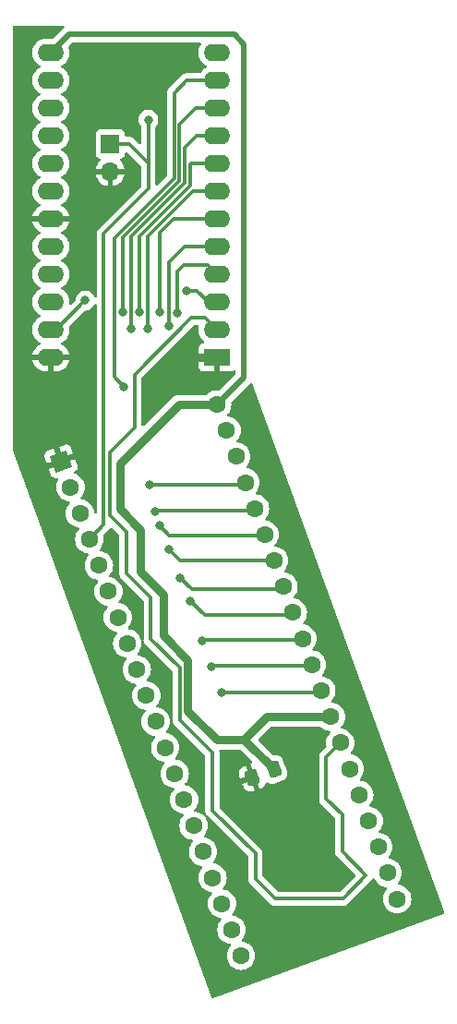
<source format=gbr>
%TF.GenerationSoftware,KiCad,Pcbnew,8.0.3*%
%TF.CreationDate,2024-06-29T11:18:24+02:00*%
%TF.ProjectId,adapter 8913-8910 Angle R,61646170-7465-4722-9038-3931332d3839,rev?*%
%TF.SameCoordinates,Original*%
%TF.FileFunction,Copper,L2,Bot*%
%TF.FilePolarity,Positive*%
%FSLAX46Y46*%
G04 Gerber Fmt 4.6, Leading zero omitted, Abs format (unit mm)*
G04 Created by KiCad (PCBNEW 8.0.3) date 2024-06-29 11:18:24*
%MOMM*%
%LPD*%
G01*
G04 APERTURE LIST*
G04 Aperture macros list*
%AMRoundRect*
0 Rectangle with rounded corners*
0 $1 Rounding radius*
0 $2 $3 $4 $5 $6 $7 $8 $9 X,Y pos of 4 corners*
0 Add a 4 corners polygon primitive as box body*
4,1,4,$2,$3,$4,$5,$6,$7,$8,$9,$2,$3,0*
0 Add four circle primitives for the rounded corners*
1,1,$1+$1,$2,$3*
1,1,$1+$1,$4,$5*
1,1,$1+$1,$6,$7*
1,1,$1+$1,$8,$9*
0 Add four rect primitives between the rounded corners*
20,1,$1+$1,$2,$3,$4,$5,0*
20,1,$1+$1,$4,$5,$6,$7,0*
20,1,$1+$1,$6,$7,$8,$9,0*
20,1,$1+$1,$8,$9,$2,$3,0*%
%AMHorizOval*
0 Thick line with rounded ends*
0 $1 width*
0 $2 $3 position (X,Y) of the first rounded end (center of the circle)*
0 $4 $5 position (X,Y) of the second rounded end (center of the circle)*
0 Add line between two ends*
20,1,$1,$2,$3,$4,$5,0*
0 Add two circle primitives to create the rounded ends*
1,1,$1,$2,$3*
1,1,$1,$4,$5*%
%AMRotRect*
0 Rectangle, with rotation*
0 The origin of the aperture is its center*
0 $1 length*
0 $2 width*
0 $3 Rotation angle, in degrees counterclockwise*
0 Add horizontal line*
21,1,$1,$2,0,0,$3*%
G04 Aperture macros list end*
%TA.AperFunction,ComponentPad*%
%ADD10R,1.700000X1.700000*%
%TD*%
%TA.AperFunction,ComponentPad*%
%ADD11O,1.700000X1.700000*%
%TD*%
%TA.AperFunction,ComponentPad*%
%ADD12RotRect,1.600000X1.600000X20.000000*%
%TD*%
%TA.AperFunction,ComponentPad*%
%ADD13HorizOval,1.600000X0.000000X0.000000X0.000000X0.000000X0*%
%TD*%
%TA.AperFunction,ComponentPad*%
%ADD14R,2.400000X1.600000*%
%TD*%
%TA.AperFunction,ComponentPad*%
%ADD15O,2.400000X1.600000*%
%TD*%
%TA.AperFunction,SMDPad,CuDef*%
%ADD16RoundRect,0.250000X0.154687X0.561786X-0.479606X0.330922X-0.154687X-0.561786X0.479606X-0.330922X0*%
%TD*%
%TA.AperFunction,ViaPad*%
%ADD17C,0.800000*%
%TD*%
%TA.AperFunction,Conductor*%
%ADD18C,0.300000*%
%TD*%
%TA.AperFunction,Conductor*%
%ADD19C,0.508000*%
%TD*%
%TA.AperFunction,Conductor*%
%ADD20C,0.762000*%
%TD*%
G04 APERTURE END LIST*
D10*
%TO.P,Audio_OUT_J1,1,Pin_1*%
%TO.N,Net-(Audio_OUT_J1-Pin_1)*%
X119100000Y-33910000D03*
D11*
%TO.P,Audio_OUT_J1,2,Pin_2*%
%TO.N,GND*%
X119100000Y-36450000D03*
%TD*%
D12*
%TO.P,U1,1,Vss*%
%TO.N,GND*%
X114579085Y-63012387D03*
D13*
%TO.P,U1,2,N/C*%
%TO.N,unconnected-(U1-N{slash}C-Pad2)*%
X115447817Y-65399207D03*
%TO.P,U1,3,ch_B*%
%TO.N,Net-(Audio_OUT_J1-Pin_1)*%
X116316547Y-67786025D03*
%TO.P,U1,4,ch_A*%
X117185278Y-70172845D03*
%TO.P,U1,5,N/C*%
%TO.N,unconnected-(U1-N{slash}C-Pad5)*%
X118054010Y-72559664D03*
%TO.P,U1,6,IOB7*%
%TO.N,unconnected-(U1-IOB7-Pad6)*%
X118922741Y-74946484D03*
%TO.P,U1,7,IOB6*%
%TO.N,unconnected-(U1-IOB6-Pad7)*%
X119791472Y-77333302D03*
%TO.P,U1,8,IOB5*%
%TO.N,unconnected-(U1-IOB5-Pad8)*%
X120660203Y-79720122D03*
%TO.P,U1,9,IOB4*%
%TO.N,unconnected-(U1-IOB4-Pad9)*%
X121528934Y-82106941D03*
%TO.P,U1,10,IOB3*%
%TO.N,unconnected-(U1-IOB3-Pad10)*%
X122397665Y-84493761D03*
%TO.P,U1,11,IOB2*%
%TO.N,unconnected-(U1-IOB2-Pad11)*%
X123266398Y-86880579D03*
%TO.P,U1,12,IOB1*%
%TO.N,unconnected-(U1-IOB1-Pad12)*%
X124135128Y-89267399D03*
%TO.P,U1,13,IOB0*%
%TO.N,unconnected-(U1-IOB0-Pad13)*%
X125003859Y-91654218D03*
%TO.P,U1,14,IOA7*%
%TO.N,unconnected-(U1-IOA7-Pad14)*%
X125872590Y-94041038D03*
%TO.P,U1,15,IOA6*%
%TO.N,unconnected-(U1-IOA6-Pad15)*%
X126741321Y-96427856D03*
%TO.P,U1,16,IOA5*%
%TO.N,unconnected-(U1-IOA5-Pad16)*%
X127610052Y-98814676D03*
%TO.P,U1,17,IOA4*%
%TO.N,unconnected-(U1-IOA4-Pad17)*%
X128478784Y-101201495D03*
%TO.P,U1,18,IOA3*%
%TO.N,unconnected-(U1-IOA3-Pad18)*%
X129347515Y-103588314D03*
%TO.P,U1,19,IOA2*%
%TO.N,unconnected-(U1-IOA2-Pad19)*%
X130216246Y-105975133D03*
%TO.P,U1,20,IOA1*%
%TO.N,unconnected-(U1-IOA1-Pad20)*%
X131084977Y-108361953D03*
%TO.P,U1,21,IOA0*%
%TO.N,unconnected-(U1-IOA0-Pad21)*%
X145405893Y-103149566D03*
%TO.P,U1,22,CLOCK*%
%TO.N,Net-(U1-CLOCK)*%
X144537161Y-100762746D03*
%TO.P,U1,23,~{RESET}*%
%TO.N,Net-(U1-~{RESET})*%
X143668430Y-98375927D03*
%TO.P,U1,24,~{A9}*%
%TO.N,Net-(U1-~{A9})*%
X142799699Y-95989108D03*
%TO.P,U1,25,A8*%
%TO.N,Net-(U1-A8)*%
X141930968Y-93602289D03*
%TO.P,U1,26,TEST2*%
%TO.N,unconnected-(U1-TEST2-Pad26)*%
X141062236Y-91215469D03*
%TO.P,U1,27,BDIR*%
%TO.N,Net-(U1-BDIR)*%
X140193504Y-88828650D03*
%TO.P,U1,28,BC2*%
%TO.N,+5V*%
X139324775Y-86441831D03*
%TO.P,U1,29,BC1*%
%TO.N,Net-(U1-BC1)*%
X138456043Y-84055012D03*
%TO.P,U1,30,D7*%
%TO.N,Net-(U1-D7)*%
X137587312Y-81668192D03*
%TO.P,U1,31,D6*%
%TO.N,Net-(U1-D6)*%
X136718581Y-79281374D03*
%TO.P,U1,32,D5*%
%TO.N,Net-(U1-D5)*%
X135849850Y-76894554D03*
%TO.P,U1,33,D4*%
%TO.N,Net-(U1-D4)*%
X134981118Y-74507735D03*
%TO.P,U1,34,D3*%
%TO.N,Net-(U1-D3)*%
X134112387Y-72120915D03*
%TO.P,U1,35,D2*%
%TO.N,Net-(U1-D2)*%
X133243656Y-69734098D03*
%TO.P,U1,36,D1*%
%TO.N,Net-(U1-D1)*%
X132374925Y-67347277D03*
%TO.P,U1,37,D0*%
%TO.N,Net-(U1-D0)*%
X131506194Y-64960458D03*
%TO.P,U1,38,ch_C*%
%TO.N,Net-(Audio_OUT_J1-Pin_1)*%
X130637463Y-62573639D03*
%TO.P,U1,39,TEST1*%
%TO.N,unconnected-(U1-TEST1-Pad39)*%
X129768731Y-60186820D03*
%TO.P,U1,40,Vcc*%
%TO.N,+5V*%
X128900000Y-57800000D03*
%TD*%
D14*
%TO.P,U2,1,Vss*%
%TO.N,GND*%
X128890000Y-53490000D03*
D15*
%TO.P,U2,2,BDIR*%
%TO.N,Net-(U1-BDIR)*%
X128890000Y-50950000D03*
%TO.P,U2,3,BC1*%
%TO.N,Net-(U1-BC1)*%
X128890000Y-48410000D03*
%TO.P,U2,4,D7*%
%TO.N,Net-(U1-D7)*%
X128890000Y-45870000D03*
%TO.P,U2,5,D6*%
%TO.N,Net-(U1-D6)*%
X128890000Y-43330000D03*
%TO.P,U2,6,D5*%
%TO.N,Net-(U1-D5)*%
X128890000Y-40790000D03*
%TO.P,U2,7,D4*%
%TO.N,Net-(U1-D4)*%
X128890000Y-38250000D03*
%TO.P,U2,8,D3*%
%TO.N,Net-(U1-D3)*%
X128890000Y-35710000D03*
%TO.P,U2,9,D2*%
%TO.N,Net-(U1-D2)*%
X128890000Y-33170000D03*
%TO.P,U2,10,D1*%
%TO.N,Net-(U1-D1)*%
X128890000Y-30630000D03*
%TO.P,U2,11,D0*%
%TO.N,Net-(U1-D0)*%
X128890000Y-28090000D03*
%TO.P,U2,12,TEST_2*%
%TO.N,unconnected-(U2-TEST_2-Pad12)*%
X128890000Y-25550000D03*
%TO.P,U2,13,Vcc*%
%TO.N,+5V*%
X113650000Y-25550000D03*
%TO.P,U2,14,TEST_I*%
%TO.N,unconnected-(U2-TEST_I-Pad14)*%
X113650000Y-28090000D03*
%TO.P,U2,15,ch_B*%
%TO.N,Net-(Audio_OUT_J1-Pin_1)*%
X113650000Y-30630000D03*
%TO.P,U2,16,N/C*%
%TO.N,unconnected-(U2-N{slash}C-Pad16)*%
X113650000Y-33170000D03*
%TO.P,U2,17,ch_A*%
%TO.N,Net-(Audio_OUT_J1-Pin_1)*%
X113650000Y-35710000D03*
%TO.P,U2,18,ch_C*%
X113650000Y-38250000D03*
%TO.P,U2,19,Vss*%
%TO.N,GND*%
X113650000Y-40790000D03*
%TO.P,U2,20,CLOCK*%
%TO.N,Net-(U1-CLOCK)*%
X113650000Y-43330000D03*
%TO.P,U2,21,~{RESET}*%
%TO.N,Net-(U1-~{RESET})*%
X113650000Y-45870000D03*
%TO.P,U2,22,~{A9}*%
%TO.N,Net-(U1-~{A9})*%
X113650000Y-48410000D03*
%TO.P,U2,23,A8*%
%TO.N,Net-(U1-A8)*%
X113650000Y-50950000D03*
%TO.P,U2,24,~{CE}*%
%TO.N,GND*%
X113650000Y-53490000D03*
%TD*%
D16*
%TO.P,C1,1*%
%TO.N,+5V*%
X134091198Y-91281515D03*
%TO.P,C1,2*%
%TO.N,GND*%
X132141338Y-91991207D03*
%TD*%
D17*
%TO.N,Net-(U1-D3)*%
X121790000Y-49350000D03*
X124446268Y-71086361D03*
%TO.N,Net-(U1-D5)*%
X123630000Y-49360000D03*
X126430000Y-75802629D03*
%TO.N,Net-(U1-BC1)*%
X129266268Y-84246361D03*
X126110000Y-47350000D03*
%TO.N,Net-(U1-D7)*%
X128406268Y-81856361D03*
X125210000Y-49400000D03*
%TO.N,Net-(U1-A8)*%
X116800000Y-48280000D03*
%TO.N,Net-(U1-D6)*%
X124460000Y-50650000D03*
X127546268Y-79486361D03*
%TO.N,Net-(U1-D0)*%
X120369669Y-56160331D03*
X122666268Y-65160000D03*
%TO.N,Net-(U1-D4)*%
X125526268Y-73700000D03*
X122540000Y-50850000D03*
%TO.N,Net-(U1-D1)*%
X120260000Y-49350000D03*
X123216268Y-67636361D03*
%TO.N,Net-(U1-D2)*%
X123606268Y-68926361D03*
X121040000Y-50890000D03*
%TO.N,GND*%
X131810000Y-57260000D03*
X136060000Y-105480000D03*
X138990000Y-105400000D03*
X136050000Y-101610000D03*
X138930000Y-101700000D03*
%TO.N,Net-(Audio_OUT_J1-Pin_1)*%
X122600000Y-31700000D03*
%TD*%
D18*
%TO.N,Net-(U1-D5)*%
X126430000Y-75802629D02*
X127763732Y-77136361D01*
X127763732Y-77136361D02*
X135608043Y-77136361D01*
%TO.N,Net-(U1-D4)*%
X125526268Y-73700000D02*
X126582629Y-74756361D01*
X126582629Y-74756361D02*
X134732492Y-74756361D01*
%TO.N,Net-(U1-BC1)*%
X129312629Y-84200000D02*
X138311055Y-84200000D01*
X129266268Y-84246361D02*
X129312629Y-84200000D01*
%TO.N,Net-(U1-D7)*%
X128462629Y-81800000D02*
X137455504Y-81800000D01*
X128406268Y-81856361D02*
X128462629Y-81800000D01*
%TO.N,Net-(U1-D6)*%
X127546268Y-79486361D02*
X127632629Y-79400000D01*
X127632629Y-79400000D02*
X136599955Y-79400000D01*
%TO.N,Net-(U1-D0)*%
X122666268Y-65160000D02*
X131306652Y-65160000D01*
%TO.N,Net-(U1-D1)*%
X123352629Y-67500000D02*
X132222202Y-67500000D01*
X123216268Y-67636361D02*
X123352629Y-67500000D01*
%TO.N,Net-(U1-D2)*%
X124479907Y-69800000D02*
X133177754Y-69800000D01*
X123606268Y-68926361D02*
X124479907Y-69800000D01*
%TO.N,Net-(U1-D3)*%
X125480822Y-72120915D02*
X133980380Y-72120915D01*
X124446268Y-71086361D02*
X125480822Y-72120915D01*
D19*
%TO.N,+5V*%
X131360000Y-55340000D02*
X128900000Y-57800000D01*
X131360000Y-24745000D02*
X131360000Y-55340000D01*
X113620449Y-25579551D02*
X115340000Y-23860000D01*
X115340000Y-23860000D02*
X130475000Y-23860000D01*
X130475000Y-23860000D02*
X131360000Y-24745000D01*
D18*
%TO.N,Net-(U1-D3)*%
X126500000Y-35710000D02*
X128890000Y-35710000D01*
X126450000Y-37710000D02*
X126450000Y-35760000D01*
X121790000Y-49350000D02*
X121790000Y-42370000D01*
X126450000Y-35760000D02*
X126500000Y-35710000D01*
X121790000Y-42370000D02*
X126450000Y-37710000D01*
%TO.N,Net-(U1-D5)*%
X124880000Y-40790000D02*
X128890000Y-40790000D01*
X123620000Y-49350000D02*
X123620000Y-42050000D01*
X123630000Y-49360000D02*
X123620000Y-49350000D01*
X123620000Y-42050000D02*
X124880000Y-40790000D01*
%TO.N,Net-(U1-BC1)*%
X127010000Y-47350000D02*
X128000000Y-48340000D01*
X126110000Y-47350000D02*
X127010000Y-47350000D01*
%TO.N,Net-(U1-D7)*%
X128050000Y-45030000D02*
X128890000Y-45870000D01*
X125210000Y-49400000D02*
X125210000Y-45620000D01*
X125800000Y-45030000D02*
X128050000Y-45030000D01*
X125210000Y-45620000D02*
X125800000Y-45030000D01*
%TO.N,Net-(U1-A8)*%
X116800000Y-48280000D02*
X114130000Y-50950000D01*
%TO.N,Net-(U1-D6)*%
X124460000Y-44800000D02*
X125930000Y-43330000D01*
X125930000Y-43330000D02*
X128890000Y-43330000D01*
X124460000Y-50650000D02*
X124460000Y-44800000D01*
%TO.N,Net-(U1-BDIR)*%
X125460000Y-86760000D02*
X128460000Y-89760000D01*
X140360000Y-95430000D02*
X138890000Y-93960000D01*
X142555000Y-101015000D02*
X140360000Y-98820000D01*
X132410000Y-98990000D02*
X132410000Y-101340000D01*
X138890000Y-90132154D02*
X140193504Y-88828650D01*
X120580000Y-73290000D02*
X122810000Y-75520000D01*
X132410000Y-101340000D02*
X134200000Y-103130000D01*
X119070000Y-68000000D02*
X120580000Y-69510000D01*
X121320000Y-55070000D02*
X121320000Y-59950000D01*
X140440000Y-103130000D02*
X142555000Y-101015000D01*
X120580000Y-69510000D02*
X120580000Y-73290000D01*
X122810000Y-75520000D02*
X122810000Y-79310000D01*
X128460000Y-89760000D02*
X128460000Y-95040000D01*
X122810000Y-79310000D02*
X125460000Y-81960000D01*
X125460000Y-81960000D02*
X125460000Y-86760000D01*
X138890000Y-93960000D02*
X138890000Y-90132154D01*
X134200000Y-103130000D02*
X140440000Y-103130000D01*
X121320000Y-59950000D02*
X119070000Y-62200000D01*
X128460000Y-95040000D02*
X132410000Y-98990000D01*
X119070000Y-62200000D02*
X119070000Y-68000000D01*
X126520000Y-49870000D02*
X121320000Y-55070000D01*
X128890000Y-50950000D02*
X127810000Y-49870000D01*
X140360000Y-98820000D02*
X140360000Y-95430000D01*
X127810000Y-49870000D02*
X126520000Y-49870000D01*
%TO.N,Net-(U1-D0)*%
X120369669Y-56160331D02*
X119510000Y-55300662D01*
X126110000Y-28090000D02*
X128890000Y-28090000D01*
X119510000Y-55300662D02*
X119510000Y-42528682D01*
X124950000Y-37088682D02*
X124950000Y-29250000D01*
X119510000Y-42528682D02*
X124950000Y-37088682D01*
X124950000Y-29250000D02*
X126110000Y-28090000D01*
%TO.N,Net-(U1-D4)*%
X122540000Y-42422893D02*
X126712893Y-38250000D01*
X122540000Y-50850000D02*
X122540000Y-42422893D01*
X126712893Y-38250000D02*
X128890000Y-38250000D01*
D20*
%TO.N,+5V*%
X119961268Y-63228732D02*
X125390000Y-57800000D01*
X131371045Y-88561361D02*
X133490575Y-86441831D01*
X126211268Y-85911361D02*
X126211268Y-81236361D01*
X123936268Y-75211361D02*
X121886268Y-73161361D01*
X121886268Y-69311361D02*
X119961268Y-67386361D01*
X121886268Y-73161361D02*
X121886268Y-69311361D01*
X126211268Y-81236361D02*
X123936268Y-78961361D01*
X134091198Y-91281514D02*
X131371045Y-88561361D01*
X125390000Y-57800000D02*
X128900000Y-57800000D01*
X131371045Y-88561361D02*
X128861268Y-88561361D01*
X123936268Y-78961361D02*
X123936268Y-75211361D01*
X128861268Y-88561361D02*
X126211268Y-85911361D01*
X133490575Y-86441831D02*
X139324775Y-86441831D01*
X119961268Y-67386361D02*
X119961268Y-63228732D01*
D18*
%TO.N,Net-(U1-D1)*%
X126950000Y-30630000D02*
X128890000Y-30630000D01*
X125450000Y-37295788D02*
X125450000Y-32130000D01*
X125450000Y-32130000D02*
X126950000Y-30630000D01*
X120260000Y-42485788D02*
X125450000Y-37295788D01*
X120260000Y-49350000D02*
X120260000Y-42485788D01*
%TO.N,Net-(U1-D2)*%
X125950000Y-37502894D02*
X125950000Y-34270000D01*
X121040000Y-42412894D02*
X125950000Y-37502894D01*
X127050000Y-33170000D02*
X128890000Y-33170000D01*
X121040000Y-50890000D02*
X121040000Y-42412894D01*
X125950000Y-34270000D02*
X127050000Y-33170000D01*
D20*
%TO.N,GND*%
X125730000Y-53490000D02*
X128890000Y-53490000D01*
X125720000Y-53480000D02*
X125730000Y-53490000D01*
D18*
%TO.N,Net-(Audio_OUT_J1-Pin_1)*%
X122600000Y-31700000D02*
X122590000Y-31710000D01*
X122590000Y-36200000D02*
X122590000Y-35690000D01*
X118510000Y-68848123D02*
X117185278Y-70172845D01*
X122590000Y-38034470D02*
X118510000Y-42114470D01*
X118510000Y-42114470D02*
X118510000Y-68848123D01*
X120810000Y-33910000D02*
X119100000Y-33910000D01*
X122590000Y-35690000D02*
X120810000Y-33910000D01*
X122590000Y-31710000D02*
X122590000Y-38034470D01*
%TD*%
%TA.AperFunction,Conductor*%
%TO.N,GND*%
G36*
X114835600Y-23084736D02*
G01*
X114881355Y-23137540D01*
X114891299Y-23206698D01*
X114862274Y-23270254D01*
X114856243Y-23276732D01*
X114753941Y-23379034D01*
X113919794Y-24213181D01*
X113858471Y-24246666D01*
X113832113Y-24249500D01*
X113147648Y-24249500D01*
X113123329Y-24253351D01*
X112945465Y-24281522D01*
X112750776Y-24344781D01*
X112568386Y-24437715D01*
X112402786Y-24558028D01*
X112258028Y-24702786D01*
X112137715Y-24868386D01*
X112044781Y-25050776D01*
X111981522Y-25245465D01*
X111949500Y-25447648D01*
X111949500Y-25652351D01*
X111981522Y-25854534D01*
X112044781Y-26049223D01*
X112108691Y-26174653D01*
X112127728Y-26212014D01*
X112137715Y-26231613D01*
X112258028Y-26397213D01*
X112402786Y-26541971D01*
X112557749Y-26654556D01*
X112568390Y-26662287D01*
X112659840Y-26708883D01*
X112661080Y-26709515D01*
X112711876Y-26757490D01*
X112728671Y-26825311D01*
X112706134Y-26891446D01*
X112661080Y-26930485D01*
X112568386Y-26977715D01*
X112402786Y-27098028D01*
X112258028Y-27242786D01*
X112137715Y-27408386D01*
X112044781Y-27590776D01*
X111981522Y-27785465D01*
X111949500Y-27987648D01*
X111949500Y-28192351D01*
X111981522Y-28394534D01*
X112044781Y-28589223D01*
X112108691Y-28714653D01*
X112127728Y-28752014D01*
X112137715Y-28771613D01*
X112258028Y-28937213D01*
X112402786Y-29081971D01*
X112545878Y-29185931D01*
X112568390Y-29202287D01*
X112659840Y-29248883D01*
X112661080Y-29249515D01*
X112711876Y-29297490D01*
X112728671Y-29365311D01*
X112706134Y-29431446D01*
X112661080Y-29470485D01*
X112568386Y-29517715D01*
X112402786Y-29638028D01*
X112258028Y-29782786D01*
X112137715Y-29948386D01*
X112044781Y-30130776D01*
X111981522Y-30325465D01*
X111949500Y-30527648D01*
X111949500Y-30732351D01*
X111981522Y-30934534D01*
X112044781Y-31129223D01*
X112064430Y-31167785D01*
X112127728Y-31292014D01*
X112137715Y-31311613D01*
X112258028Y-31477213D01*
X112402786Y-31621971D01*
X112510186Y-31700000D01*
X112568390Y-31742287D01*
X112659840Y-31788883D01*
X112661080Y-31789515D01*
X112711876Y-31837490D01*
X112728671Y-31905311D01*
X112706134Y-31971446D01*
X112661080Y-32010485D01*
X112568386Y-32057715D01*
X112402786Y-32178028D01*
X112258028Y-32322786D01*
X112137715Y-32488386D01*
X112044781Y-32670776D01*
X111981522Y-32865465D01*
X111949500Y-33067648D01*
X111949500Y-33272351D01*
X111981522Y-33474534D01*
X112044781Y-33669223D01*
X112108691Y-33794653D01*
X112127728Y-33832014D01*
X112137715Y-33851613D01*
X112258028Y-34017213D01*
X112402786Y-34161971D01*
X112557749Y-34274556D01*
X112568390Y-34282287D01*
X112659840Y-34328883D01*
X112661080Y-34329515D01*
X112711876Y-34377490D01*
X112728671Y-34445311D01*
X112706134Y-34511446D01*
X112661080Y-34550485D01*
X112568386Y-34597715D01*
X112402786Y-34718028D01*
X112258028Y-34862786D01*
X112137715Y-35028386D01*
X112044781Y-35210776D01*
X111981522Y-35405465D01*
X111949500Y-35607648D01*
X111949500Y-35812351D01*
X111981522Y-36014534D01*
X112044781Y-36209223D01*
X112069129Y-36257007D01*
X112133924Y-36384174D01*
X112137715Y-36391613D01*
X112258028Y-36557213D01*
X112402786Y-36701971D01*
X112493496Y-36767874D01*
X112568390Y-36822287D01*
X112659840Y-36868883D01*
X112661080Y-36869515D01*
X112711876Y-36917490D01*
X112728671Y-36985311D01*
X112706134Y-37051446D01*
X112661080Y-37090485D01*
X112568386Y-37137715D01*
X112402786Y-37258028D01*
X112258028Y-37402786D01*
X112137715Y-37568386D01*
X112044781Y-37750776D01*
X111981522Y-37945465D01*
X111949500Y-38147648D01*
X111949500Y-38352351D01*
X111981522Y-38554534D01*
X112044781Y-38749223D01*
X112108691Y-38874653D01*
X112127728Y-38912014D01*
X112137715Y-38931613D01*
X112258028Y-39097213D01*
X112402786Y-39241971D01*
X112557749Y-39354556D01*
X112568390Y-39362287D01*
X112640424Y-39398990D01*
X112661629Y-39409795D01*
X112712425Y-39457770D01*
X112729220Y-39525591D01*
X112706682Y-39591726D01*
X112661629Y-39630765D01*
X112568650Y-39678140D01*
X112403105Y-39798417D01*
X112403104Y-39798417D01*
X112258417Y-39943104D01*
X112258417Y-39943105D01*
X112138140Y-40108650D01*
X112045244Y-40290970D01*
X111982009Y-40485586D01*
X111973391Y-40540000D01*
X113334314Y-40540000D01*
X113329920Y-40544394D01*
X113277259Y-40635606D01*
X113250000Y-40737339D01*
X113250000Y-40842661D01*
X113277259Y-40944394D01*
X113329920Y-41035606D01*
X113334314Y-41040000D01*
X111973391Y-41040000D01*
X111982009Y-41094413D01*
X112045244Y-41289029D01*
X112138140Y-41471349D01*
X112258417Y-41636894D01*
X112258417Y-41636895D01*
X112403104Y-41781582D01*
X112568652Y-41901861D01*
X112661628Y-41949234D01*
X112712425Y-41997208D01*
X112729220Y-42065029D01*
X112706683Y-42131164D01*
X112661630Y-42170203D01*
X112568388Y-42217713D01*
X112402786Y-42338028D01*
X112258028Y-42482786D01*
X112137715Y-42648386D01*
X112044781Y-42830776D01*
X111981522Y-43025465D01*
X111949500Y-43227648D01*
X111949500Y-43432351D01*
X111981522Y-43634534D01*
X112044781Y-43829223D01*
X112108691Y-43954653D01*
X112127728Y-43992014D01*
X112137715Y-44011613D01*
X112258028Y-44177213D01*
X112402786Y-44321971D01*
X112557749Y-44434556D01*
X112568390Y-44442287D01*
X112659840Y-44488883D01*
X112661080Y-44489515D01*
X112711876Y-44537490D01*
X112728671Y-44605311D01*
X112706134Y-44671446D01*
X112661080Y-44710485D01*
X112568386Y-44757715D01*
X112402786Y-44878028D01*
X112258028Y-45022786D01*
X112137715Y-45188386D01*
X112044781Y-45370776D01*
X111981522Y-45565465D01*
X111949500Y-45767648D01*
X111949500Y-45972351D01*
X111981522Y-46174534D01*
X112044781Y-46369223D01*
X112102456Y-46482414D01*
X112127728Y-46532014D01*
X112137715Y-46551613D01*
X112258028Y-46717213D01*
X112402786Y-46861971D01*
X112557749Y-46974556D01*
X112568390Y-46982287D01*
X112659840Y-47028883D01*
X112661080Y-47029515D01*
X112711876Y-47077490D01*
X112728671Y-47145311D01*
X112706134Y-47211446D01*
X112661080Y-47250485D01*
X112568386Y-47297715D01*
X112402786Y-47418028D01*
X112258028Y-47562786D01*
X112137715Y-47728386D01*
X112044781Y-47910776D01*
X111981522Y-48105465D01*
X111949500Y-48307648D01*
X111949500Y-48512351D01*
X111981522Y-48714534D01*
X112044781Y-48909223D01*
X112107195Y-49031715D01*
X112127728Y-49072014D01*
X112137715Y-49091613D01*
X112258028Y-49257213D01*
X112402786Y-49401971D01*
X112557749Y-49514556D01*
X112568390Y-49522287D01*
X112659840Y-49568883D01*
X112661080Y-49569515D01*
X112711876Y-49617490D01*
X112728671Y-49685311D01*
X112706134Y-49751446D01*
X112661080Y-49790485D01*
X112568386Y-49837715D01*
X112402786Y-49958028D01*
X112258028Y-50102786D01*
X112137715Y-50268386D01*
X112044781Y-50450776D01*
X111981522Y-50645465D01*
X111949500Y-50847648D01*
X111949500Y-51052351D01*
X111981522Y-51254534D01*
X112044781Y-51449223D01*
X112082316Y-51522888D01*
X112127728Y-51612014D01*
X112137715Y-51631613D01*
X112258028Y-51797213D01*
X112402786Y-51941971D01*
X112535541Y-52038421D01*
X112568390Y-52062287D01*
X112630069Y-52093714D01*
X112661629Y-52109795D01*
X112712425Y-52157770D01*
X112729220Y-52225591D01*
X112706682Y-52291726D01*
X112661629Y-52330765D01*
X112568650Y-52378140D01*
X112403105Y-52498417D01*
X112403104Y-52498417D01*
X112258417Y-52643104D01*
X112258417Y-52643105D01*
X112138140Y-52808650D01*
X112045244Y-52990970D01*
X111982009Y-53185586D01*
X111973391Y-53240000D01*
X113334314Y-53240000D01*
X113329920Y-53244394D01*
X113277259Y-53335606D01*
X113250000Y-53437339D01*
X113250000Y-53542661D01*
X113277259Y-53644394D01*
X113329920Y-53735606D01*
X113334314Y-53740000D01*
X111973391Y-53740000D01*
X111982009Y-53794413D01*
X112045244Y-53989029D01*
X112138140Y-54171349D01*
X112258417Y-54336894D01*
X112258417Y-54336895D01*
X112403104Y-54481582D01*
X112568650Y-54601859D01*
X112750968Y-54694755D01*
X112945582Y-54757990D01*
X113147683Y-54790000D01*
X113400000Y-54790000D01*
X113400000Y-53805686D01*
X113404394Y-53810080D01*
X113495606Y-53862741D01*
X113597339Y-53890000D01*
X113702661Y-53890000D01*
X113804394Y-53862741D01*
X113895606Y-53810080D01*
X113900000Y-53805686D01*
X113900000Y-54790000D01*
X114152317Y-54790000D01*
X114354417Y-54757990D01*
X114549031Y-54694755D01*
X114731349Y-54601859D01*
X114896894Y-54481582D01*
X114896895Y-54481582D01*
X115041582Y-54336895D01*
X115041582Y-54336894D01*
X115161859Y-54171349D01*
X115254755Y-53989029D01*
X115317990Y-53794413D01*
X115326609Y-53740000D01*
X113965686Y-53740000D01*
X113970080Y-53735606D01*
X114022741Y-53644394D01*
X114050000Y-53542661D01*
X114050000Y-53437339D01*
X114022741Y-53335606D01*
X113970080Y-53244394D01*
X113965686Y-53240000D01*
X115326609Y-53240000D01*
X115317990Y-53185586D01*
X115254755Y-52990970D01*
X115161859Y-52808650D01*
X115041582Y-52643105D01*
X115041582Y-52643104D01*
X114896895Y-52498417D01*
X114731349Y-52378140D01*
X114638370Y-52330765D01*
X114587574Y-52282790D01*
X114570779Y-52214969D01*
X114593316Y-52148835D01*
X114638370Y-52109795D01*
X114731610Y-52062287D01*
X114764459Y-52038421D01*
X114897213Y-51941971D01*
X114897215Y-51941968D01*
X114897219Y-51941966D01*
X115041966Y-51797219D01*
X115041968Y-51797215D01*
X115041971Y-51797213D01*
X115131379Y-51674151D01*
X115162287Y-51631610D01*
X115255220Y-51449219D01*
X115318477Y-51254534D01*
X115350500Y-51052352D01*
X115350500Y-50847648D01*
X115333283Y-50738948D01*
X115342237Y-50669655D01*
X115368072Y-50631872D01*
X116783126Y-49216819D01*
X116844449Y-49183334D01*
X116870807Y-49180500D01*
X116894644Y-49180500D01*
X116894646Y-49180500D01*
X117079803Y-49141144D01*
X117252730Y-49064151D01*
X117405871Y-48952888D01*
X117532533Y-48812216D01*
X117627179Y-48648284D01*
X117627179Y-48648283D01*
X117628113Y-48646666D01*
X117678679Y-48598450D01*
X117747286Y-48585226D01*
X117812151Y-48611194D01*
X117852680Y-48668108D01*
X117859500Y-48708665D01*
X117859500Y-67660425D01*
X117839815Y-67727464D01*
X117787011Y-67773219D01*
X117717853Y-67783163D01*
X117654297Y-67754138D01*
X117616523Y-67695360D01*
X117611972Y-67671233D01*
X117602182Y-67559337D01*
X117602182Y-67559333D01*
X117543286Y-67339529D01*
X117447115Y-67133291D01*
X117316594Y-66946886D01*
X117316592Y-66946883D01*
X117155688Y-66785979D01*
X116969281Y-66655457D01*
X116969279Y-66655456D01*
X116763044Y-66559286D01*
X116763035Y-66559283D01*
X116543244Y-66500391D01*
X116543234Y-66500389D01*
X116479480Y-66494811D01*
X116414411Y-66469357D01*
X116373434Y-66412766D01*
X116369557Y-66343004D01*
X116402609Y-66283601D01*
X116447863Y-66238347D01*
X116483677Y-66187199D01*
X116578385Y-66051941D01*
X116674556Y-65845703D01*
X116733452Y-65625899D01*
X116753285Y-65399207D01*
X116733452Y-65172515D01*
X116674556Y-64952711D01*
X116578385Y-64746473D01*
X116447864Y-64560068D01*
X116447862Y-64560065D01*
X116286958Y-64399161D01*
X116100551Y-64268639D01*
X116100549Y-64268638D01*
X115894314Y-64172468D01*
X115894305Y-64172465D01*
X115864565Y-64164497D01*
X115804905Y-64128133D01*
X115774375Y-64065286D01*
X115782669Y-63995910D01*
X115827154Y-63942032D01*
X115842036Y-63933401D01*
X115874174Y-63917631D01*
X115983578Y-63824342D01*
X115983581Y-63824338D01*
X116062269Y-63704006D01*
X116062269Y-63704005D01*
X116103869Y-63566381D01*
X116103870Y-63566374D01*
X116105010Y-63422608D01*
X116090659Y-63364457D01*
X115886189Y-62802683D01*
X114958956Y-63140168D01*
X114979085Y-63065048D01*
X114979085Y-62959726D01*
X114951826Y-62857993D01*
X114899165Y-62766781D01*
X114824691Y-62692307D01*
X114787127Y-62670619D01*
X115715179Y-62332836D01*
X115510709Y-61771061D01*
X115484328Y-61717296D01*
X115391040Y-61607893D01*
X115391036Y-61607890D01*
X115270703Y-61529202D01*
X115133079Y-61487602D01*
X115133072Y-61487601D01*
X114989305Y-61486461D01*
X114931152Y-61500813D01*
X114369381Y-61705280D01*
X114369381Y-61705281D01*
X114706866Y-62632515D01*
X114631746Y-62612387D01*
X114526424Y-62612387D01*
X114424691Y-62639646D01*
X114333479Y-62692307D01*
X114259005Y-62766781D01*
X114237318Y-62804343D01*
X113899535Y-61876291D01*
X113337759Y-62080762D01*
X113283994Y-62107143D01*
X113174591Y-62200431D01*
X113174588Y-62200435D01*
X113095900Y-62320767D01*
X113095900Y-62320768D01*
X113054300Y-62458392D01*
X113054299Y-62458399D01*
X113053159Y-62602165D01*
X113067511Y-62660319D01*
X113271978Y-63222089D01*
X113271979Y-63222089D01*
X114199213Y-62884603D01*
X114179085Y-62959726D01*
X114179085Y-63065048D01*
X114206344Y-63166781D01*
X114259005Y-63257993D01*
X114333479Y-63332467D01*
X114371040Y-63354152D01*
X113442989Y-63691935D01*
X113442989Y-63691936D01*
X113647460Y-64253712D01*
X113673841Y-64307477D01*
X113767129Y-64416880D01*
X113767133Y-64416883D01*
X113887466Y-64495571D01*
X114025090Y-64537171D01*
X114025097Y-64537172D01*
X114168860Y-64538312D01*
X114203626Y-64529732D01*
X114273430Y-64532780D01*
X114330504Y-64573082D01*
X114356730Y-64637843D01*
X114343779Y-64706502D01*
X114334917Y-64721240D01*
X114317247Y-64746476D01*
X114221078Y-64952709D01*
X114221075Y-64952718D01*
X114162183Y-65172509D01*
X114162181Y-65172520D01*
X114142349Y-65399205D01*
X114142349Y-65399208D01*
X114162181Y-65625893D01*
X114162183Y-65625904D01*
X114221075Y-65845695D01*
X114221078Y-65845704D01*
X114317248Y-66051939D01*
X114317249Y-66051941D01*
X114447771Y-66238348D01*
X114608675Y-66399252D01*
X114608678Y-66399254D01*
X114795083Y-66529775D01*
X115001321Y-66625946D01*
X115221125Y-66684842D01*
X115284882Y-66690420D01*
X115349951Y-66715872D01*
X115390930Y-66772463D01*
X115394808Y-66842225D01*
X115361756Y-66901629D01*
X115316501Y-66946883D01*
X115185979Y-67133290D01*
X115185978Y-67133292D01*
X115089808Y-67339527D01*
X115089805Y-67339536D01*
X115030913Y-67559327D01*
X115030911Y-67559338D01*
X115011079Y-67786023D01*
X115011079Y-67786026D01*
X115030911Y-68012711D01*
X115030913Y-68012722D01*
X115089805Y-68232513D01*
X115089808Y-68232522D01*
X115185978Y-68438757D01*
X115185979Y-68438759D01*
X115316501Y-68625166D01*
X115477405Y-68786070D01*
X115477408Y-68786072D01*
X115663813Y-68916593D01*
X115870051Y-69012764D01*
X116089855Y-69071660D01*
X116153615Y-69077238D01*
X116218684Y-69102690D01*
X116259663Y-69159281D01*
X116263541Y-69229043D01*
X116230489Y-69288447D01*
X116185232Y-69333703D01*
X116054710Y-69520110D01*
X116054709Y-69520112D01*
X115958539Y-69726347D01*
X115958536Y-69726356D01*
X115899644Y-69946147D01*
X115899642Y-69946158D01*
X115879810Y-70172843D01*
X115879810Y-70172846D01*
X115899642Y-70399531D01*
X115899644Y-70399542D01*
X115958536Y-70619333D01*
X115958539Y-70619342D01*
X116054709Y-70825577D01*
X116054710Y-70825579D01*
X116185232Y-71011986D01*
X116346136Y-71172890D01*
X116365438Y-71186405D01*
X116532544Y-71303413D01*
X116738782Y-71399584D01*
X116958586Y-71458480D01*
X117022346Y-71464058D01*
X117087415Y-71489510D01*
X117128394Y-71546101D01*
X117132272Y-71615863D01*
X117099220Y-71675267D01*
X117053964Y-71720522D01*
X116923442Y-71906929D01*
X116923441Y-71906931D01*
X116827271Y-72113166D01*
X116827268Y-72113175D01*
X116768376Y-72332966D01*
X116768374Y-72332977D01*
X116748542Y-72559662D01*
X116748542Y-72559665D01*
X116768374Y-72786350D01*
X116768376Y-72786361D01*
X116827268Y-73006152D01*
X116827271Y-73006161D01*
X116923441Y-73212396D01*
X116923442Y-73212398D01*
X117053964Y-73398805D01*
X117214868Y-73559709D01*
X117214871Y-73559711D01*
X117401276Y-73690232D01*
X117607514Y-73786403D01*
X117827318Y-73845299D01*
X117891078Y-73850877D01*
X117956147Y-73876329D01*
X117997126Y-73932920D01*
X118001004Y-74002682D01*
X117967952Y-74062086D01*
X117922695Y-74107342D01*
X117792173Y-74293749D01*
X117792172Y-74293751D01*
X117696002Y-74499986D01*
X117695999Y-74499995D01*
X117637107Y-74719786D01*
X117637105Y-74719797D01*
X117617273Y-74946482D01*
X117617273Y-74946485D01*
X117637105Y-75173170D01*
X117637107Y-75173181D01*
X117695999Y-75392972D01*
X117696002Y-75392981D01*
X117792172Y-75599216D01*
X117792173Y-75599218D01*
X117922695Y-75785625D01*
X118083599Y-75946529D01*
X118083602Y-75946531D01*
X118270007Y-76077052D01*
X118476245Y-76173223D01*
X118696049Y-76232119D01*
X118759807Y-76237697D01*
X118824876Y-76263149D01*
X118865855Y-76319740D01*
X118869733Y-76389502D01*
X118836681Y-76448906D01*
X118791426Y-76494160D01*
X118660904Y-76680567D01*
X118660903Y-76680569D01*
X118564733Y-76886804D01*
X118564730Y-76886813D01*
X118505838Y-77106604D01*
X118505836Y-77106615D01*
X118486004Y-77333300D01*
X118486004Y-77333303D01*
X118505836Y-77559988D01*
X118505838Y-77559999D01*
X118564730Y-77779790D01*
X118564733Y-77779799D01*
X118660903Y-77986034D01*
X118660904Y-77986036D01*
X118791426Y-78172443D01*
X118952330Y-78333347D01*
X118952333Y-78333349D01*
X119138738Y-78463870D01*
X119344976Y-78560041D01*
X119564780Y-78618937D01*
X119628540Y-78624515D01*
X119693609Y-78649967D01*
X119734588Y-78706558D01*
X119738466Y-78776320D01*
X119705414Y-78835724D01*
X119660157Y-78880980D01*
X119529635Y-79067387D01*
X119529634Y-79067389D01*
X119433464Y-79273624D01*
X119433461Y-79273633D01*
X119374569Y-79493424D01*
X119374567Y-79493435D01*
X119354735Y-79720120D01*
X119354735Y-79720123D01*
X119374567Y-79946808D01*
X119374569Y-79946819D01*
X119433461Y-80166610D01*
X119433464Y-80166619D01*
X119529634Y-80372854D01*
X119529635Y-80372856D01*
X119660157Y-80559263D01*
X119821061Y-80720167D01*
X119821064Y-80720169D01*
X120007469Y-80850690D01*
X120213707Y-80946861D01*
X120213712Y-80946862D01*
X120213714Y-80946863D01*
X120266618Y-80961038D01*
X120433511Y-81005757D01*
X120497269Y-81011335D01*
X120562338Y-81036787D01*
X120603317Y-81093378D01*
X120607195Y-81163140D01*
X120574144Y-81222543D01*
X120528888Y-81267799D01*
X120398366Y-81454206D01*
X120398365Y-81454208D01*
X120302195Y-81660443D01*
X120302192Y-81660452D01*
X120243300Y-81880243D01*
X120243298Y-81880254D01*
X120223466Y-82106939D01*
X120223466Y-82106942D01*
X120243298Y-82333627D01*
X120243300Y-82333638D01*
X120302192Y-82553429D01*
X120302195Y-82553438D01*
X120398365Y-82759673D01*
X120398366Y-82759675D01*
X120528888Y-82946082D01*
X120689792Y-83106986D01*
X120689795Y-83106988D01*
X120876200Y-83237509D01*
X121082438Y-83333680D01*
X121302242Y-83392576D01*
X121366002Y-83398154D01*
X121431071Y-83423606D01*
X121472050Y-83480197D01*
X121475928Y-83549959D01*
X121442876Y-83609363D01*
X121397619Y-83654619D01*
X121267097Y-83841026D01*
X121267096Y-83841028D01*
X121170926Y-84047263D01*
X121170923Y-84047272D01*
X121112031Y-84267063D01*
X121112029Y-84267074D01*
X121092197Y-84493759D01*
X121092197Y-84493762D01*
X121112029Y-84720447D01*
X121112031Y-84720458D01*
X121170923Y-84940249D01*
X121170926Y-84940258D01*
X121267096Y-85146493D01*
X121267097Y-85146495D01*
X121397619Y-85332902D01*
X121558523Y-85493806D01*
X121558526Y-85493808D01*
X121744931Y-85624329D01*
X121951169Y-85720500D01*
X122170973Y-85779396D01*
X122234733Y-85784974D01*
X122299802Y-85810426D01*
X122340781Y-85867017D01*
X122344659Y-85936779D01*
X122311607Y-85996183D01*
X122266352Y-86041437D01*
X122135830Y-86227844D01*
X122135829Y-86227846D01*
X122039659Y-86434081D01*
X122039656Y-86434090D01*
X121980764Y-86653881D01*
X121980762Y-86653892D01*
X121960930Y-86880577D01*
X121960930Y-86880580D01*
X121980762Y-87107265D01*
X121980764Y-87107276D01*
X122039656Y-87327067D01*
X122039659Y-87327076D01*
X122135829Y-87533311D01*
X122135830Y-87533313D01*
X122266352Y-87719720D01*
X122427256Y-87880624D01*
X122427259Y-87880626D01*
X122613664Y-88011147D01*
X122819902Y-88107318D01*
X123039706Y-88166214D01*
X123103465Y-88171792D01*
X123168534Y-88197244D01*
X123209513Y-88253835D01*
X123213391Y-88323597D01*
X123180339Y-88383001D01*
X123135082Y-88428257D01*
X123004560Y-88614664D01*
X123004559Y-88614666D01*
X122908389Y-88820901D01*
X122908386Y-88820910D01*
X122849494Y-89040701D01*
X122849492Y-89040712D01*
X122829660Y-89267397D01*
X122829660Y-89267400D01*
X122849492Y-89494085D01*
X122849494Y-89494096D01*
X122908386Y-89713887D01*
X122908389Y-89713896D01*
X123004559Y-89920131D01*
X123004560Y-89920133D01*
X123135082Y-90106540D01*
X123295986Y-90267444D01*
X123295989Y-90267446D01*
X123482394Y-90397967D01*
X123688632Y-90494138D01*
X123908436Y-90553034D01*
X123972194Y-90558612D01*
X124037263Y-90584064D01*
X124078242Y-90640655D01*
X124082120Y-90710417D01*
X124049069Y-90769820D01*
X124003813Y-90815076D01*
X123873291Y-91001483D01*
X123873290Y-91001485D01*
X123777120Y-91207720D01*
X123777117Y-91207729D01*
X123718225Y-91427520D01*
X123718223Y-91427531D01*
X123698391Y-91654216D01*
X123698391Y-91654219D01*
X123718223Y-91880904D01*
X123718225Y-91880915D01*
X123777117Y-92100706D01*
X123777120Y-92100715D01*
X123873290Y-92306950D01*
X123873291Y-92306952D01*
X124003813Y-92493359D01*
X124164717Y-92654263D01*
X124164720Y-92654265D01*
X124351125Y-92784786D01*
X124557363Y-92880957D01*
X124777167Y-92939853D01*
X124840927Y-92945431D01*
X124905996Y-92970883D01*
X124946975Y-93027474D01*
X124950853Y-93097236D01*
X124917801Y-93156640D01*
X124872544Y-93201896D01*
X124742022Y-93388303D01*
X124742021Y-93388305D01*
X124645851Y-93594540D01*
X124645848Y-93594549D01*
X124586956Y-93814340D01*
X124586954Y-93814351D01*
X124567122Y-94041036D01*
X124567122Y-94041039D01*
X124586954Y-94267724D01*
X124586956Y-94267735D01*
X124645848Y-94487526D01*
X124645851Y-94487535D01*
X124742021Y-94693770D01*
X124742022Y-94693772D01*
X124872544Y-94880179D01*
X125033448Y-95041083D01*
X125033451Y-95041085D01*
X125219856Y-95171606D01*
X125426094Y-95267777D01*
X125645898Y-95326673D01*
X125709656Y-95332251D01*
X125774725Y-95357703D01*
X125815704Y-95414294D01*
X125819582Y-95484056D01*
X125786530Y-95543460D01*
X125741275Y-95588714D01*
X125610753Y-95775121D01*
X125610752Y-95775123D01*
X125514582Y-95981358D01*
X125514579Y-95981367D01*
X125455687Y-96201158D01*
X125455685Y-96201169D01*
X125435853Y-96427854D01*
X125435853Y-96427857D01*
X125455685Y-96654542D01*
X125455687Y-96654553D01*
X125514579Y-96874344D01*
X125514582Y-96874353D01*
X125610752Y-97080588D01*
X125610753Y-97080590D01*
X125741275Y-97266997D01*
X125902179Y-97427901D01*
X125902182Y-97427903D01*
X126088587Y-97558424D01*
X126294825Y-97654595D01*
X126514629Y-97713491D01*
X126578389Y-97719069D01*
X126643458Y-97744521D01*
X126684437Y-97801112D01*
X126688315Y-97870874D01*
X126655263Y-97930278D01*
X126610006Y-97975534D01*
X126479484Y-98161941D01*
X126479483Y-98161943D01*
X126383313Y-98368178D01*
X126383310Y-98368187D01*
X126324418Y-98587978D01*
X126324416Y-98587989D01*
X126304584Y-98814674D01*
X126304584Y-98814677D01*
X126324416Y-99041362D01*
X126324418Y-99041373D01*
X126383310Y-99261164D01*
X126383313Y-99261173D01*
X126479483Y-99467408D01*
X126479484Y-99467410D01*
X126610006Y-99653817D01*
X126770910Y-99814721D01*
X126770913Y-99814723D01*
X126957318Y-99945244D01*
X127163556Y-100041415D01*
X127383360Y-100100311D01*
X127447120Y-100105889D01*
X127512189Y-100131341D01*
X127553168Y-100187932D01*
X127557046Y-100257694D01*
X127523994Y-100317098D01*
X127478738Y-100362353D01*
X127348216Y-100548760D01*
X127348215Y-100548762D01*
X127252045Y-100754997D01*
X127252042Y-100755006D01*
X127193150Y-100974797D01*
X127193148Y-100974808D01*
X127173316Y-101201493D01*
X127173316Y-101201496D01*
X127193148Y-101428181D01*
X127193150Y-101428192D01*
X127252042Y-101647983D01*
X127252045Y-101647992D01*
X127348215Y-101854227D01*
X127348216Y-101854229D01*
X127478738Y-102040636D01*
X127639642Y-102201540D01*
X127639645Y-102201542D01*
X127826050Y-102332063D01*
X128032288Y-102428234D01*
X128252092Y-102487130D01*
X128315850Y-102492708D01*
X128380919Y-102518160D01*
X128421898Y-102574751D01*
X128425776Y-102644513D01*
X128392725Y-102703916D01*
X128347469Y-102749172D01*
X128216947Y-102935579D01*
X128216946Y-102935581D01*
X128120776Y-103141816D01*
X128120773Y-103141825D01*
X128061881Y-103361616D01*
X128061879Y-103361627D01*
X128042047Y-103588312D01*
X128042047Y-103588315D01*
X128061879Y-103815000D01*
X128061881Y-103815011D01*
X128120773Y-104034802D01*
X128120776Y-104034811D01*
X128216946Y-104241046D01*
X128216947Y-104241048D01*
X128347469Y-104427455D01*
X128508373Y-104588359D01*
X128508376Y-104588361D01*
X128694781Y-104718882D01*
X128901019Y-104815053D01*
X129120823Y-104873949D01*
X129184581Y-104879527D01*
X129249650Y-104904979D01*
X129290629Y-104961570D01*
X129294507Y-105031332D01*
X129261456Y-105090735D01*
X129216200Y-105135991D01*
X129085678Y-105322398D01*
X129085677Y-105322400D01*
X128989507Y-105528635D01*
X128989504Y-105528644D01*
X128930612Y-105748435D01*
X128930610Y-105748446D01*
X128910778Y-105975131D01*
X128910778Y-105975134D01*
X128930610Y-106201819D01*
X128930612Y-106201830D01*
X128989504Y-106421621D01*
X128989507Y-106421630D01*
X129085677Y-106627865D01*
X129085678Y-106627867D01*
X129216200Y-106814274D01*
X129377104Y-106975178D01*
X129377107Y-106975180D01*
X129563512Y-107105701D01*
X129769750Y-107201872D01*
X129989554Y-107260768D01*
X130053314Y-107266346D01*
X130118383Y-107291798D01*
X130159362Y-107348389D01*
X130163240Y-107418151D01*
X130130188Y-107477555D01*
X130084931Y-107522811D01*
X129954409Y-107709218D01*
X129954408Y-107709220D01*
X129858238Y-107915455D01*
X129858235Y-107915464D01*
X129799343Y-108135255D01*
X129799341Y-108135266D01*
X129779509Y-108361951D01*
X129779509Y-108361954D01*
X129799341Y-108588639D01*
X129799343Y-108588650D01*
X129858235Y-108808441D01*
X129858238Y-108808450D01*
X129954408Y-109014685D01*
X129954409Y-109014687D01*
X130084931Y-109201094D01*
X130245835Y-109361998D01*
X130245838Y-109362000D01*
X130432243Y-109492521D01*
X130638481Y-109588692D01*
X130858285Y-109647588D01*
X131020207Y-109661754D01*
X131084975Y-109667421D01*
X131084977Y-109667421D01*
X131084979Y-109667421D01*
X131141650Y-109662462D01*
X131311669Y-109647588D01*
X131531473Y-109588692D01*
X131737711Y-109492521D01*
X131924116Y-109362000D01*
X132085024Y-109201092D01*
X132215545Y-109014687D01*
X132311716Y-108808449D01*
X132370612Y-108588645D01*
X132390445Y-108361953D01*
X132370612Y-108135261D01*
X132311716Y-107915457D01*
X132215545Y-107709219D01*
X132085024Y-107522814D01*
X132085022Y-107522811D01*
X131924118Y-107361907D01*
X131737711Y-107231385D01*
X131737709Y-107231384D01*
X131531474Y-107135214D01*
X131531465Y-107135211D01*
X131311674Y-107076319D01*
X131311664Y-107076317D01*
X131247907Y-107070739D01*
X131182839Y-107045286D01*
X131141861Y-106988694D01*
X131137984Y-106918932D01*
X131171036Y-106859529D01*
X131216292Y-106814273D01*
X131216293Y-106814272D01*
X131346814Y-106627867D01*
X131442985Y-106421629D01*
X131501881Y-106201825D01*
X131521714Y-105975133D01*
X131501881Y-105748441D01*
X131442985Y-105528637D01*
X131346814Y-105322399D01*
X131216293Y-105135994D01*
X131216291Y-105135991D01*
X131055387Y-104975087D01*
X130868980Y-104844565D01*
X130868978Y-104844564D01*
X130662743Y-104748394D01*
X130662734Y-104748391D01*
X130442943Y-104689499D01*
X130442933Y-104689497D01*
X130379177Y-104683919D01*
X130314109Y-104658466D01*
X130273131Y-104601874D01*
X130269254Y-104532112D01*
X130302306Y-104472709D01*
X130347561Y-104427454D01*
X130383374Y-104376307D01*
X130478083Y-104241048D01*
X130574254Y-104034810D01*
X130633150Y-103815006D01*
X130652983Y-103588314D01*
X130633150Y-103361622D01*
X130574254Y-103141818D01*
X130478083Y-102935580D01*
X130347562Y-102749175D01*
X130347560Y-102749172D01*
X130186656Y-102588268D01*
X130000249Y-102457746D01*
X130000247Y-102457745D01*
X129794012Y-102361575D01*
X129794003Y-102361572D01*
X129574212Y-102302680D01*
X129574202Y-102302678D01*
X129510446Y-102297100D01*
X129445378Y-102271647D01*
X129404400Y-102215055D01*
X129400523Y-102145293D01*
X129433575Y-102085890D01*
X129478830Y-102040635D01*
X129478831Y-102040634D01*
X129609352Y-101854229D01*
X129705523Y-101647991D01*
X129764419Y-101428187D01*
X129784252Y-101201495D01*
X129764419Y-100974803D01*
X129705523Y-100754999D01*
X129609352Y-100548761D01*
X129478831Y-100362356D01*
X129478829Y-100362353D01*
X129317925Y-100201449D01*
X129131518Y-100070927D01*
X129131516Y-100070926D01*
X128925281Y-99974756D01*
X128925272Y-99974753D01*
X128705481Y-99915861D01*
X128705471Y-99915859D01*
X128641714Y-99910281D01*
X128576646Y-99884828D01*
X128535668Y-99828236D01*
X128531791Y-99758474D01*
X128564843Y-99699071D01*
X128610098Y-99653816D01*
X128645912Y-99602668D01*
X128740620Y-99467410D01*
X128836791Y-99261172D01*
X128895687Y-99041368D01*
X128915520Y-98814676D01*
X128914258Y-98800256D01*
X128909853Y-98749906D01*
X128895687Y-98587984D01*
X128836791Y-98368180D01*
X128740620Y-98161942D01*
X128610099Y-97975537D01*
X128610097Y-97975534D01*
X128449193Y-97814630D01*
X128262786Y-97684108D01*
X128262784Y-97684107D01*
X128056549Y-97587937D01*
X128056540Y-97587934D01*
X127836749Y-97529042D01*
X127836739Y-97529040D01*
X127772982Y-97523462D01*
X127707914Y-97498009D01*
X127666936Y-97441417D01*
X127663059Y-97371655D01*
X127696111Y-97312252D01*
X127741367Y-97266996D01*
X127741368Y-97266995D01*
X127871889Y-97080590D01*
X127968060Y-96874352D01*
X128026956Y-96654548D01*
X128046789Y-96427856D01*
X128026956Y-96201164D01*
X127968060Y-95981360D01*
X127871889Y-95775122D01*
X127741368Y-95588717D01*
X127741366Y-95588714D01*
X127580462Y-95427810D01*
X127394055Y-95297288D01*
X127394053Y-95297287D01*
X127187818Y-95201117D01*
X127187809Y-95201114D01*
X126968018Y-95142222D01*
X126968008Y-95142220D01*
X126904253Y-95136642D01*
X126839185Y-95111189D01*
X126798207Y-95054597D01*
X126794330Y-94984835D01*
X126827382Y-94925432D01*
X126872636Y-94880178D01*
X126908450Y-94829030D01*
X127003158Y-94693772D01*
X127099329Y-94487534D01*
X127158225Y-94267730D01*
X127178058Y-94041038D01*
X127176573Y-94024069D01*
X127172391Y-93976268D01*
X127158225Y-93814346D01*
X127099329Y-93594542D01*
X127003158Y-93388304D01*
X126872637Y-93201899D01*
X126872635Y-93201896D01*
X126711731Y-93040992D01*
X126525324Y-92910470D01*
X126525322Y-92910469D01*
X126319087Y-92814299D01*
X126319078Y-92814296D01*
X126099287Y-92755404D01*
X126099277Y-92755402D01*
X126035520Y-92749824D01*
X125970452Y-92724371D01*
X125929474Y-92667779D01*
X125925597Y-92598017D01*
X125958649Y-92538614D01*
X126003905Y-92493358D01*
X126010459Y-92483998D01*
X126134427Y-92306952D01*
X126230598Y-92100714D01*
X126289494Y-91880910D01*
X126309327Y-91654218D01*
X126289494Y-91427526D01*
X126230598Y-91207722D01*
X126134427Y-91001484D01*
X126003906Y-90815079D01*
X126003904Y-90815076D01*
X125843000Y-90654172D01*
X125656593Y-90523650D01*
X125656591Y-90523649D01*
X125450356Y-90427479D01*
X125450347Y-90427476D01*
X125230556Y-90368584D01*
X125230546Y-90368582D01*
X125166790Y-90363004D01*
X125101722Y-90337551D01*
X125060744Y-90280959D01*
X125056867Y-90211197D01*
X125089919Y-90151794D01*
X125135174Y-90106539D01*
X125156123Y-90076621D01*
X125265696Y-89920133D01*
X125361867Y-89713895D01*
X125420763Y-89494091D01*
X125440596Y-89267399D01*
X125420763Y-89040707D01*
X125361867Y-88820903D01*
X125265696Y-88614665D01*
X125135175Y-88428260D01*
X125135173Y-88428257D01*
X124974269Y-88267353D01*
X124787862Y-88136831D01*
X124787860Y-88136830D01*
X124581625Y-88040660D01*
X124581616Y-88040657D01*
X124361825Y-87981765D01*
X124361815Y-87981763D01*
X124298059Y-87976185D01*
X124232991Y-87950732D01*
X124192013Y-87894140D01*
X124188136Y-87824378D01*
X124221188Y-87764975D01*
X124266444Y-87719719D01*
X124266445Y-87719718D01*
X124396966Y-87533313D01*
X124493137Y-87327075D01*
X124552033Y-87107271D01*
X124571866Y-86880579D01*
X124571866Y-86880577D01*
X124572192Y-86876854D01*
X124590772Y-86829351D01*
X124566523Y-86791617D01*
X124561972Y-86767490D01*
X124552033Y-86653891D01*
X124552033Y-86653887D01*
X124493137Y-86434083D01*
X124396966Y-86227845D01*
X124266445Y-86041440D01*
X124266443Y-86041437D01*
X124105539Y-85880533D01*
X123919132Y-85750011D01*
X123919130Y-85750010D01*
X123712895Y-85653840D01*
X123712886Y-85653837D01*
X123493095Y-85594945D01*
X123493085Y-85594943D01*
X123429328Y-85589365D01*
X123364260Y-85563912D01*
X123323282Y-85507320D01*
X123319405Y-85437558D01*
X123352457Y-85378155D01*
X123397711Y-85332901D01*
X123433525Y-85281753D01*
X123528233Y-85146495D01*
X123624404Y-84940257D01*
X123683300Y-84720453D01*
X123703133Y-84493761D01*
X123683300Y-84267069D01*
X123627309Y-84058105D01*
X123624406Y-84047272D01*
X123624403Y-84047263D01*
X123528233Y-83841027D01*
X123397712Y-83654622D01*
X123397710Y-83654619D01*
X123236806Y-83493715D01*
X123050399Y-83363193D01*
X123050397Y-83363192D01*
X122844162Y-83267022D01*
X122844153Y-83267019D01*
X122624362Y-83208127D01*
X122624352Y-83208125D01*
X122560595Y-83202547D01*
X122495527Y-83177094D01*
X122454549Y-83120502D01*
X122450672Y-83050740D01*
X122483724Y-82991337D01*
X122528980Y-82946081D01*
X122528981Y-82946080D01*
X122659502Y-82759675D01*
X122755673Y-82553437D01*
X122814569Y-82333633D01*
X122834402Y-82106941D01*
X122814569Y-81880249D01*
X122757748Y-81668190D01*
X122755675Y-81660452D01*
X122755672Y-81660443D01*
X122659502Y-81454207D01*
X122528981Y-81267802D01*
X122528979Y-81267799D01*
X122368075Y-81106895D01*
X122181668Y-80976373D01*
X122181666Y-80976372D01*
X121975431Y-80880202D01*
X121975422Y-80880199D01*
X121755631Y-80821307D01*
X121755621Y-80821305D01*
X121691865Y-80815727D01*
X121626797Y-80790274D01*
X121585819Y-80733682D01*
X121581942Y-80663920D01*
X121614994Y-80604517D01*
X121660249Y-80559262D01*
X121696062Y-80508115D01*
X121790771Y-80372856D01*
X121886942Y-80166618D01*
X121945838Y-79946814D01*
X121965671Y-79720122D01*
X121952847Y-79573544D01*
X121966614Y-79505045D01*
X122004731Y-79465697D01*
X121954297Y-79442665D01*
X121916523Y-79383887D01*
X121915725Y-79381045D01*
X121886944Y-79273633D01*
X121886941Y-79273624D01*
X121790771Y-79067388D01*
X121660250Y-78880983D01*
X121660248Y-78880980D01*
X121499344Y-78720076D01*
X121312937Y-78589554D01*
X121312935Y-78589553D01*
X121106700Y-78493383D01*
X121106691Y-78493380D01*
X120886900Y-78434488D01*
X120886890Y-78434486D01*
X120823133Y-78428908D01*
X120758065Y-78403455D01*
X120717087Y-78346863D01*
X120713210Y-78277101D01*
X120746262Y-78217698D01*
X120791518Y-78172442D01*
X120791519Y-78172441D01*
X120922040Y-77986036D01*
X121018211Y-77779798D01*
X121077107Y-77559994D01*
X121096940Y-77333302D01*
X121077107Y-77106610D01*
X121018211Y-76886806D01*
X120922040Y-76680568D01*
X120791519Y-76494163D01*
X120791517Y-76494160D01*
X120630613Y-76333256D01*
X120444206Y-76202734D01*
X120444204Y-76202733D01*
X120237969Y-76106563D01*
X120237960Y-76106560D01*
X120018169Y-76047668D01*
X120018159Y-76047666D01*
X119954404Y-76042088D01*
X119889336Y-76016635D01*
X119848358Y-75960043D01*
X119844481Y-75890281D01*
X119877533Y-75830878D01*
X119922787Y-75785624D01*
X119943412Y-75756168D01*
X120053309Y-75599218D01*
X120149480Y-75392980D01*
X120208376Y-75173176D01*
X120228209Y-74946484D01*
X120208376Y-74719792D01*
X120149480Y-74499988D01*
X120053309Y-74293750D01*
X119922788Y-74107345D01*
X119922786Y-74107342D01*
X119761882Y-73946438D01*
X119575475Y-73815916D01*
X119575473Y-73815915D01*
X119369238Y-73719745D01*
X119369229Y-73719742D01*
X119149438Y-73660850D01*
X119149428Y-73660848D01*
X119085671Y-73655270D01*
X119020603Y-73629817D01*
X118979625Y-73573225D01*
X118975748Y-73503463D01*
X119008800Y-73444060D01*
X119054056Y-73398804D01*
X119054057Y-73398803D01*
X119184578Y-73212398D01*
X119280749Y-73006160D01*
X119339645Y-72786356D01*
X119359478Y-72559664D01*
X119339645Y-72332972D01*
X119280749Y-72113168D01*
X119184578Y-71906930D01*
X119054057Y-71720525D01*
X119054055Y-71720522D01*
X118893151Y-71559618D01*
X118706744Y-71429096D01*
X118706742Y-71429095D01*
X118500507Y-71332925D01*
X118500498Y-71332922D01*
X118280707Y-71274030D01*
X118280697Y-71274028D01*
X118216940Y-71268450D01*
X118151872Y-71242997D01*
X118110894Y-71186405D01*
X118107017Y-71116643D01*
X118140069Y-71057240D01*
X118185324Y-71011985D01*
X118200476Y-70990346D01*
X118315846Y-70825579D01*
X118412017Y-70619341D01*
X118470913Y-70399537D01*
X118490746Y-70172845D01*
X118490555Y-70170666D01*
X118472194Y-69960795D01*
X118470913Y-69946153D01*
X118460068Y-69905679D01*
X118461731Y-69835829D01*
X118492160Y-69785907D01*
X119015277Y-69262792D01*
X119086465Y-69156250D01*
X119086465Y-69156248D01*
X119089849Y-69151185D01*
X119091946Y-69152586D01*
X119133165Y-69110607D01*
X119201299Y-69095132D01*
X119266984Y-69118950D01*
X119281265Y-69131211D01*
X119893181Y-69743127D01*
X119926666Y-69804450D01*
X119929500Y-69830808D01*
X119929500Y-73354070D01*
X119943885Y-73426383D01*
X119943885Y-73426385D01*
X119954497Y-73479736D01*
X119954499Y-73479744D01*
X119987622Y-73559711D01*
X120003535Y-73598127D01*
X120074723Y-73704669D01*
X120074726Y-73704673D01*
X120074727Y-73704674D01*
X122123181Y-75753127D01*
X122156666Y-75814450D01*
X122159500Y-75840808D01*
X122159500Y-79348952D01*
X122139815Y-79415991D01*
X122104600Y-79446504D01*
X122149101Y-79462303D01*
X122190936Y-79515284D01*
X122233534Y-79618125D01*
X122304726Y-79724673D01*
X122304727Y-79724674D01*
X124773181Y-82193127D01*
X124806666Y-82254450D01*
X124809500Y-82280808D01*
X124809500Y-86756682D01*
X124792219Y-86815533D01*
X124817289Y-86863229D01*
X124817337Y-86863469D01*
X124834497Y-86949738D01*
X124834499Y-86949744D01*
X124883534Y-87068125D01*
X124954726Y-87174673D01*
X124954727Y-87174674D01*
X127773181Y-89993127D01*
X127806666Y-90054450D01*
X127809500Y-90080808D01*
X127809500Y-95104071D01*
X127826811Y-95191095D01*
X127826811Y-95191096D01*
X127834497Y-95229736D01*
X127834499Y-95229744D01*
X127882863Y-95346506D01*
X127883535Y-95348127D01*
X127895429Y-95365928D01*
X127954726Y-95454673D01*
X127954727Y-95454674D01*
X131723181Y-99223127D01*
X131756666Y-99284450D01*
X131759500Y-99310808D01*
X131759500Y-101404069D01*
X131759500Y-101404071D01*
X131759499Y-101404071D01*
X131782615Y-101520273D01*
X131784498Y-101529740D01*
X131784500Y-101529746D01*
X131833534Y-101648125D01*
X131904726Y-101754673D01*
X133785327Y-103635274D01*
X133847784Y-103677006D01*
X133891866Y-103706461D01*
X133891872Y-103706464D01*
X133891873Y-103706465D01*
X134010256Y-103755501D01*
X134010260Y-103755501D01*
X134010261Y-103755502D01*
X134135928Y-103780500D01*
X134135931Y-103780500D01*
X140504071Y-103780500D01*
X140588615Y-103763682D01*
X140629744Y-103755501D01*
X140748127Y-103706465D01*
X140854669Y-103635277D01*
X143060277Y-101429669D01*
X143131465Y-101323127D01*
X143132786Y-101319935D01*
X143133924Y-101318523D01*
X143134335Y-101317756D01*
X143134480Y-101317833D01*
X143176624Y-101265533D01*
X143242918Y-101243466D01*
X143310618Y-101260743D01*
X143358230Y-101311879D01*
X143359721Y-101314964D01*
X143361059Y-101317833D01*
X143406592Y-101415478D01*
X143406593Y-101415480D01*
X143537115Y-101601887D01*
X143698019Y-101762791D01*
X143698022Y-101762793D01*
X143884427Y-101893314D01*
X144090665Y-101989485D01*
X144310469Y-102048381D01*
X144374229Y-102053959D01*
X144439298Y-102079411D01*
X144480277Y-102136002D01*
X144484155Y-102205764D01*
X144451104Y-102265167D01*
X144405847Y-102310424D01*
X144275325Y-102496831D01*
X144275324Y-102496833D01*
X144179154Y-102703068D01*
X144179151Y-102703077D01*
X144120259Y-102922868D01*
X144120257Y-102922879D01*
X144100425Y-103149564D01*
X144100425Y-103149567D01*
X144120257Y-103376252D01*
X144120259Y-103376263D01*
X144179151Y-103596054D01*
X144179154Y-103596063D01*
X144275324Y-103802298D01*
X144275325Y-103802300D01*
X144405847Y-103988707D01*
X144566751Y-104149611D01*
X144566754Y-104149613D01*
X144753159Y-104280134D01*
X144959397Y-104376305D01*
X145179201Y-104435201D01*
X145341123Y-104449367D01*
X145405891Y-104455034D01*
X145405893Y-104455034D01*
X145405895Y-104455034D01*
X145462566Y-104450075D01*
X145632585Y-104435201D01*
X145852389Y-104376305D01*
X146058627Y-104280134D01*
X146245032Y-104149613D01*
X146405940Y-103988705D01*
X146536461Y-103802300D01*
X146632632Y-103596062D01*
X146691528Y-103376258D01*
X146711361Y-103149566D01*
X146691528Y-102922874D01*
X146632632Y-102703070D01*
X146536461Y-102496832D01*
X146405940Y-102310427D01*
X146405938Y-102310424D01*
X146245034Y-102149520D01*
X146058627Y-102018998D01*
X146058625Y-102018997D01*
X145852390Y-101922827D01*
X145852381Y-101922824D01*
X145632590Y-101863932D01*
X145632581Y-101863930D01*
X145568822Y-101858352D01*
X145503754Y-101832899D01*
X145462776Y-101776308D01*
X145458899Y-101706546D01*
X145491951Y-101647142D01*
X145537207Y-101601886D01*
X145537208Y-101601885D01*
X145667729Y-101415480D01*
X145763900Y-101209242D01*
X145822796Y-100989438D01*
X145839795Y-100795130D01*
X145842629Y-100762747D01*
X145842629Y-100762744D01*
X145828419Y-100600330D01*
X145822796Y-100536054D01*
X145763900Y-100316250D01*
X145667729Y-100110012D01*
X145537208Y-99923607D01*
X145537206Y-99923604D01*
X145376302Y-99762700D01*
X145189895Y-99632178D01*
X145189893Y-99632177D01*
X144983658Y-99536007D01*
X144983649Y-99536004D01*
X144763858Y-99477112D01*
X144763848Y-99477110D01*
X144700092Y-99471532D01*
X144635024Y-99446079D01*
X144594046Y-99389487D01*
X144590169Y-99319725D01*
X144623221Y-99260322D01*
X144668476Y-99215067D01*
X144668477Y-99215066D01*
X144798998Y-99028661D01*
X144895169Y-98822423D01*
X144954065Y-98602619D01*
X144973898Y-98375927D01*
X144954065Y-98149235D01*
X144895169Y-97929431D01*
X144798998Y-97723193D01*
X144668477Y-97536788D01*
X144668475Y-97536785D01*
X144507571Y-97375881D01*
X144321164Y-97245359D01*
X144321162Y-97245358D01*
X144114927Y-97149188D01*
X144114918Y-97149185D01*
X143895127Y-97090293D01*
X143895117Y-97090291D01*
X143831361Y-97084713D01*
X143766293Y-97059260D01*
X143725315Y-97002668D01*
X143721438Y-96932906D01*
X143754490Y-96873503D01*
X143799745Y-96828248D01*
X143799746Y-96828247D01*
X143930267Y-96641842D01*
X144026438Y-96435604D01*
X144085334Y-96215800D01*
X144105167Y-95989108D01*
X144085334Y-95762416D01*
X144026438Y-95542612D01*
X143930267Y-95336374D01*
X143799746Y-95149969D01*
X143799744Y-95149966D01*
X143638840Y-94989062D01*
X143452433Y-94858540D01*
X143452431Y-94858539D01*
X143246196Y-94762369D01*
X143246187Y-94762366D01*
X143026396Y-94703474D01*
X143026386Y-94703472D01*
X142962630Y-94697894D01*
X142897562Y-94672441D01*
X142856584Y-94615849D01*
X142852707Y-94546087D01*
X142885759Y-94486684D01*
X142931014Y-94441429D01*
X142977756Y-94374674D01*
X143061536Y-94255023D01*
X143157707Y-94048785D01*
X143216603Y-93828981D01*
X143236436Y-93602289D01*
X143216603Y-93375597D01*
X143168394Y-93195678D01*
X143157709Y-93155800D01*
X143157706Y-93155791D01*
X143130401Y-93097236D01*
X143061536Y-92949555D01*
X142931015Y-92763150D01*
X142931013Y-92763147D01*
X142770109Y-92602243D01*
X142583702Y-92471721D01*
X142583700Y-92471720D01*
X142377465Y-92375550D01*
X142377456Y-92375547D01*
X142157665Y-92316655D01*
X142157656Y-92316653D01*
X142093897Y-92311075D01*
X142028829Y-92285622D01*
X141987851Y-92229031D01*
X141983974Y-92159269D01*
X142017026Y-92099865D01*
X142062282Y-92054609D01*
X142062283Y-92054608D01*
X142192804Y-91868203D01*
X142288975Y-91661965D01*
X142347871Y-91442161D01*
X142367704Y-91215469D01*
X142347871Y-90988777D01*
X142288975Y-90768973D01*
X142192804Y-90562735D01*
X142062283Y-90376330D01*
X142062281Y-90376327D01*
X141901377Y-90215423D01*
X141714970Y-90084901D01*
X141714968Y-90084900D01*
X141508733Y-89988730D01*
X141508724Y-89988727D01*
X141288933Y-89929835D01*
X141288923Y-89929833D01*
X141225166Y-89924255D01*
X141160098Y-89898802D01*
X141119120Y-89842210D01*
X141115243Y-89772448D01*
X141148295Y-89713045D01*
X141193550Y-89667790D01*
X141193551Y-89667789D01*
X141324072Y-89481384D01*
X141420243Y-89275146D01*
X141479139Y-89055342D01*
X141498972Y-88828650D01*
X141479139Y-88601958D01*
X141420243Y-88382154D01*
X141324072Y-88175916D01*
X141193551Y-87989511D01*
X141193549Y-87989508D01*
X141032645Y-87828604D01*
X140846238Y-87698082D01*
X140846236Y-87698081D01*
X140640001Y-87601911D01*
X140639992Y-87601908D01*
X140420201Y-87543016D01*
X140420191Y-87543014D01*
X140356437Y-87537436D01*
X140291368Y-87511982D01*
X140250391Y-87455391D01*
X140246514Y-87385629D01*
X140279566Y-87326226D01*
X140324821Y-87280971D01*
X140324822Y-87280970D01*
X140455343Y-87094565D01*
X140551514Y-86888327D01*
X140610410Y-86668523D01*
X140630243Y-86441831D01*
X140610410Y-86215139D01*
X140551514Y-85995335D01*
X140455343Y-85789097D01*
X140324822Y-85602692D01*
X140324820Y-85602689D01*
X140163916Y-85441785D01*
X139977509Y-85311263D01*
X139977507Y-85311262D01*
X139771272Y-85215092D01*
X139771263Y-85215089D01*
X139551472Y-85156197D01*
X139551462Y-85156195D01*
X139487705Y-85150617D01*
X139422637Y-85125164D01*
X139381659Y-85068572D01*
X139377782Y-84998810D01*
X139410834Y-84939407D01*
X139456089Y-84894152D01*
X139456090Y-84894151D01*
X139586611Y-84707746D01*
X139682782Y-84501508D01*
X139741678Y-84281704D01*
X139761511Y-84055012D01*
X139741678Y-83828320D01*
X139682782Y-83608516D01*
X139586611Y-83402278D01*
X139456090Y-83215873D01*
X139456088Y-83215870D01*
X139295184Y-83054966D01*
X139108777Y-82924444D01*
X139108775Y-82924443D01*
X138902540Y-82828273D01*
X138902531Y-82828270D01*
X138682740Y-82769378D01*
X138682730Y-82769376D01*
X138618973Y-82763798D01*
X138553905Y-82738345D01*
X138512927Y-82681753D01*
X138509050Y-82611991D01*
X138542102Y-82552588D01*
X138587358Y-82507332D01*
X138587359Y-82507331D01*
X138717880Y-82320926D01*
X138814051Y-82114688D01*
X138872947Y-81894884D01*
X138892780Y-81668192D01*
X138892772Y-81668105D01*
X138877022Y-81488076D01*
X138872947Y-81441500D01*
X138814051Y-81221696D01*
X138717880Y-81015458D01*
X138587359Y-80829053D01*
X138587357Y-80829050D01*
X138426453Y-80668146D01*
X138240046Y-80537624D01*
X138240044Y-80537623D01*
X138033809Y-80441453D01*
X138033800Y-80441450D01*
X137814009Y-80382558D01*
X137813999Y-80382556D01*
X137750244Y-80376978D01*
X137685176Y-80351525D01*
X137644198Y-80294933D01*
X137640321Y-80225171D01*
X137673373Y-80165768D01*
X137718627Y-80120514D01*
X137718628Y-80120513D01*
X137849149Y-79934108D01*
X137945320Y-79727870D01*
X138004216Y-79508066D01*
X138024049Y-79281374D01*
X138004216Y-79054682D01*
X137945320Y-78834878D01*
X137849149Y-78628640D01*
X137718628Y-78442235D01*
X137718626Y-78442232D01*
X137557722Y-78281328D01*
X137371315Y-78150806D01*
X137371313Y-78150805D01*
X137165078Y-78054635D01*
X137165069Y-78054632D01*
X136945278Y-77995740D01*
X136945268Y-77995738D01*
X136881511Y-77990160D01*
X136816443Y-77964707D01*
X136775465Y-77908115D01*
X136771588Y-77838353D01*
X136804640Y-77778950D01*
X136849896Y-77733694D01*
X136878693Y-77692567D01*
X136980418Y-77547288D01*
X137076589Y-77341050D01*
X137135485Y-77121246D01*
X137155318Y-76894554D01*
X137135485Y-76667862D01*
X137083947Y-76475517D01*
X137076591Y-76448065D01*
X137076588Y-76448056D01*
X137049284Y-76389502D01*
X136980418Y-76241820D01*
X136849897Y-76055415D01*
X136849895Y-76055412D01*
X136688991Y-75894508D01*
X136502584Y-75763986D01*
X136502582Y-75763985D01*
X136296347Y-75667815D01*
X136296338Y-75667812D01*
X136076547Y-75608920D01*
X136076537Y-75608918D01*
X136012780Y-75603340D01*
X135947712Y-75577887D01*
X135906734Y-75521295D01*
X135902857Y-75451533D01*
X135935909Y-75392130D01*
X135981164Y-75346875D01*
X136034702Y-75270414D01*
X136111686Y-75160469D01*
X136207857Y-74954231D01*
X136266753Y-74734427D01*
X136286586Y-74507735D01*
X136284522Y-74484148D01*
X136274788Y-74372888D01*
X136266753Y-74281043D01*
X136207857Y-74061239D01*
X136111686Y-73855001D01*
X135981165Y-73668596D01*
X135981163Y-73668593D01*
X135820259Y-73507689D01*
X135633852Y-73377167D01*
X135633850Y-73377166D01*
X135427615Y-73280996D01*
X135427606Y-73280993D01*
X135207815Y-73222101D01*
X135207805Y-73222099D01*
X135144048Y-73216521D01*
X135078980Y-73191068D01*
X135038002Y-73134476D01*
X135034125Y-73064714D01*
X135067177Y-73005311D01*
X135112433Y-72960055D01*
X135112434Y-72960054D01*
X135242955Y-72773649D01*
X135339126Y-72567411D01*
X135398022Y-72347607D01*
X135417855Y-72120915D01*
X135398022Y-71894223D01*
X135339126Y-71674419D01*
X135242955Y-71468181D01*
X135112434Y-71281776D01*
X135112432Y-71281773D01*
X134951528Y-71120869D01*
X134765121Y-70990347D01*
X134765119Y-70990346D01*
X134558884Y-70894176D01*
X134558875Y-70894173D01*
X134339084Y-70835281D01*
X134339074Y-70835279D01*
X134275320Y-70829701D01*
X134210251Y-70804247D01*
X134169274Y-70747656D01*
X134165397Y-70677894D01*
X134198449Y-70618491D01*
X134243702Y-70573238D01*
X134243703Y-70573237D01*
X134374224Y-70386832D01*
X134470395Y-70180594D01*
X134529291Y-69960790D01*
X134549124Y-69734098D01*
X134547060Y-69710512D01*
X134532246Y-69541181D01*
X134529291Y-69507406D01*
X134472282Y-69294645D01*
X134470397Y-69287609D01*
X134470394Y-69287600D01*
X134458826Y-69262792D01*
X134374224Y-69081364D01*
X134258851Y-68916593D01*
X134243701Y-68894956D01*
X134082797Y-68734052D01*
X133896390Y-68603530D01*
X133896388Y-68603529D01*
X133690153Y-68507359D01*
X133690144Y-68507356D01*
X133470353Y-68448464D01*
X133470344Y-68448462D01*
X133406585Y-68442884D01*
X133341517Y-68417431D01*
X133300539Y-68360840D01*
X133296662Y-68291078D01*
X133329714Y-68231674D01*
X133374971Y-68186417D01*
X133400120Y-68150500D01*
X133505493Y-68000011D01*
X133601664Y-67793773D01*
X133660560Y-67573969D01*
X133680393Y-67347277D01*
X133660560Y-67120585D01*
X133601664Y-66900781D01*
X133505493Y-66694543D01*
X133374972Y-66508138D01*
X133374970Y-66508135D01*
X133214066Y-66347231D01*
X133027659Y-66216709D01*
X133027657Y-66216708D01*
X132821422Y-66120538D01*
X132821413Y-66120535D01*
X132601622Y-66061643D01*
X132601612Y-66061641D01*
X132537856Y-66056063D01*
X132472788Y-66030610D01*
X132431810Y-65974018D01*
X132427933Y-65904256D01*
X132460985Y-65844853D01*
X132506240Y-65799598D01*
X132581429Y-65692216D01*
X132636762Y-65613192D01*
X132732933Y-65406954D01*
X132791829Y-65187150D01*
X132811662Y-64960458D01*
X132791829Y-64733766D01*
X132732933Y-64513962D01*
X132636762Y-64307724D01*
X132506241Y-64121319D01*
X132506239Y-64121316D01*
X132345335Y-63960412D01*
X132158928Y-63829890D01*
X132158926Y-63829889D01*
X131952691Y-63733719D01*
X131952682Y-63733716D01*
X131732891Y-63674824D01*
X131732881Y-63674822D01*
X131669125Y-63669244D01*
X131604057Y-63643791D01*
X131563079Y-63587199D01*
X131559202Y-63517437D01*
X131592254Y-63458034D01*
X131637509Y-63412779D01*
X131637510Y-63412778D01*
X131768031Y-63226373D01*
X131864202Y-63020135D01*
X131923098Y-62800331D01*
X131942931Y-62573639D01*
X131923098Y-62346947D01*
X131864202Y-62127143D01*
X131768031Y-61920905D01*
X131637510Y-61734500D01*
X131637508Y-61734497D01*
X131476604Y-61573593D01*
X131290197Y-61443071D01*
X131290195Y-61443070D01*
X131083960Y-61346900D01*
X131083951Y-61346897D01*
X130864160Y-61288005D01*
X130864150Y-61288003D01*
X130800393Y-61282425D01*
X130735325Y-61256972D01*
X130694347Y-61200380D01*
X130690470Y-61130618D01*
X130723522Y-61071215D01*
X130768777Y-61025960D01*
X130768778Y-61025959D01*
X130899299Y-60839554D01*
X130995470Y-60633316D01*
X131054366Y-60413512D01*
X131074199Y-60186820D01*
X131054366Y-59960128D01*
X130995470Y-59740324D01*
X130899299Y-59534086D01*
X130768778Y-59347681D01*
X130768776Y-59347678D01*
X130607872Y-59186774D01*
X130421465Y-59056252D01*
X130421463Y-59056251D01*
X130215228Y-58960081D01*
X130215219Y-58960078D01*
X129995428Y-58901186D01*
X129995418Y-58901184D01*
X129931661Y-58895606D01*
X129866593Y-58870153D01*
X129825615Y-58813561D01*
X129821738Y-58743799D01*
X129854790Y-58684396D01*
X129900046Y-58639140D01*
X129900047Y-58639139D01*
X130030568Y-58452734D01*
X130126739Y-58246496D01*
X130185635Y-58026692D01*
X130205468Y-57800000D01*
X130191324Y-57638339D01*
X130205090Y-57569841D01*
X130227168Y-57539855D01*
X131830756Y-55936266D01*
X131830761Y-55936263D01*
X131840964Y-55926059D01*
X131840966Y-55926059D01*
X131916202Y-55850823D01*
X131977525Y-55817338D01*
X132047217Y-55822322D01*
X132103150Y-55864194D01*
X132120434Y-55896174D01*
X141318416Y-81221694D01*
X149693016Y-104280134D01*
X149725054Y-104368345D01*
X149729437Y-104438077D01*
X149695425Y-104499109D01*
X149650967Y-104527178D01*
X128531796Y-112224820D01*
X128462069Y-112229283D01*
X128400998Y-112195340D01*
X128372810Y-112150725D01*
X112673720Y-69012764D01*
X110141817Y-62055601D01*
X110134340Y-62013195D01*
X110134340Y-23189051D01*
X110154025Y-23122012D01*
X110206829Y-23076257D01*
X110258340Y-23065051D01*
X114768561Y-23065051D01*
X114835600Y-23084736D01*
G37*
%TD.AperFunction*%
%TA.AperFunction,Conductor*%
G36*
X138382766Y-87343016D02*
G01*
X138403403Y-87359645D01*
X138485636Y-87441878D01*
X138485637Y-87441879D01*
X138578838Y-87507138D01*
X138672041Y-87572399D01*
X138878279Y-87668570D01*
X139098083Y-87727466D01*
X139161840Y-87733044D01*
X139226908Y-87758497D01*
X139267887Y-87815087D01*
X139271765Y-87884849D01*
X139238714Y-87944252D01*
X139193458Y-87989508D01*
X139062936Y-88175915D01*
X139062935Y-88175917D01*
X138966765Y-88382152D01*
X138966762Y-88382161D01*
X138907870Y-88601952D01*
X138907868Y-88601963D01*
X138888036Y-88828648D01*
X138888036Y-88828651D01*
X138907868Y-89055336D01*
X138907870Y-89055347D01*
X138918713Y-89095813D01*
X138917050Y-89165663D01*
X138886619Y-89215587D01*
X138384726Y-89717480D01*
X138313534Y-89824028D01*
X138264499Y-89942409D01*
X138264497Y-89942415D01*
X138239500Y-90068082D01*
X138239500Y-94024071D01*
X138260517Y-94129726D01*
X138260517Y-94129727D01*
X138264497Y-94149737D01*
X138264500Y-94149746D01*
X138313534Y-94268125D01*
X138384726Y-94374673D01*
X138384727Y-94374674D01*
X139673181Y-95663127D01*
X139706666Y-95724450D01*
X139709500Y-95750808D01*
X139709500Y-98884069D01*
X139709500Y-98884071D01*
X139709499Y-98884071D01*
X139734497Y-99009738D01*
X139734499Y-99009744D01*
X139783535Y-99128127D01*
X139847011Y-99223127D01*
X139854726Y-99234673D01*
X141547372Y-100927319D01*
X141580857Y-100988642D01*
X141575873Y-101058334D01*
X141547372Y-101102681D01*
X140206873Y-102443181D01*
X140145550Y-102476666D01*
X140119192Y-102479500D01*
X134520808Y-102479500D01*
X134453769Y-102459815D01*
X134433127Y-102443181D01*
X133096819Y-101106873D01*
X133063334Y-101045550D01*
X133060500Y-101019192D01*
X133060500Y-98925928D01*
X133035502Y-98800261D01*
X133035501Y-98800260D01*
X133035501Y-98800256D01*
X133004737Y-98725985D01*
X132986466Y-98681874D01*
X132933513Y-98602624D01*
X132915278Y-98575332D01*
X132915272Y-98575325D01*
X129146819Y-94806872D01*
X129113334Y-94745549D01*
X129110500Y-94719191D01*
X129110500Y-92598075D01*
X131204927Y-92598075D01*
X131204927Y-92598076D01*
X131298978Y-92856476D01*
X131343970Y-92949409D01*
X131343971Y-92949410D01*
X131452711Y-93086933D01*
X131452718Y-93086941D01*
X131590231Y-93195672D01*
X131590241Y-93195678D01*
X131749133Y-93269771D01*
X131749136Y-93269772D01*
X131920837Y-93305224D01*
X132096090Y-93300125D01*
X132196196Y-93274856D01*
X132325388Y-93227834D01*
X131991918Y-92311635D01*
X131204927Y-92598075D01*
X129110500Y-92598075D01*
X129110500Y-91594469D01*
X130909499Y-91594469D01*
X130914599Y-91769723D01*
X130939870Y-91869838D01*
X130939870Y-91869839D01*
X131033917Y-92128229D01*
X131820908Y-91841787D01*
X131820909Y-91841787D01*
X131487440Y-90925589D01*
X131358248Y-90972612D01*
X131265315Y-91017604D01*
X131265314Y-91017605D01*
X131127791Y-91126345D01*
X131127783Y-91126352D01*
X131019052Y-91263865D01*
X131019044Y-91263878D01*
X130944952Y-91422770D01*
X130944952Y-91422772D01*
X130909499Y-91594469D01*
X129110500Y-91594469D01*
X129110500Y-89695928D01*
X129089638Y-89591053D01*
X129095865Y-89521462D01*
X129138727Y-89466284D01*
X129204617Y-89443039D01*
X129211255Y-89442861D01*
X130954553Y-89442861D01*
X131021592Y-89462546D01*
X131042234Y-89479180D01*
X132083843Y-90520789D01*
X132117328Y-90582112D01*
X132112344Y-90651804D01*
X132070472Y-90707737D01*
X132038573Y-90724992D01*
X131957286Y-90754578D01*
X132413900Y-92009114D01*
X132795235Y-93056823D01*
X132924427Y-93009801D01*
X133017360Y-92964809D01*
X133017361Y-92964808D01*
X133154884Y-92856068D01*
X133154892Y-92856061D01*
X133263623Y-92718548D01*
X133263631Y-92718535D01*
X133337721Y-92559647D01*
X133338432Y-92556204D01*
X133339574Y-92554057D01*
X133339997Y-92552783D01*
X133340214Y-92552855D01*
X133371261Y-92494527D01*
X133432223Y-92460390D01*
X133501964Y-92464630D01*
X133536779Y-92483998D01*
X133539828Y-92486409D01*
X133539831Y-92486410D01*
X133539834Y-92486413D01*
X133698838Y-92560558D01*
X133698839Y-92560558D01*
X133698841Y-92560559D01*
X133816723Y-92584898D01*
X133870656Y-92596034D01*
X134046024Y-92590932D01*
X134146204Y-92565644D01*
X134874482Y-92300572D01*
X134967481Y-92255549D01*
X135105100Y-92146733D01*
X135213916Y-92009114D01*
X135288061Y-91850110D01*
X135288062Y-91850106D01*
X135323537Y-91678295D01*
X135323062Y-91661957D01*
X135318435Y-91502925D01*
X135293147Y-91402744D01*
X134934019Y-90416051D01*
X134888997Y-90323052D01*
X134888996Y-90323051D01*
X134888996Y-90323050D01*
X134780179Y-90185430D01*
X134642568Y-90076621D01*
X134642564Y-90076618D01*
X134642562Y-90076617D01*
X134483558Y-90002472D01*
X134483554Y-90002470D01*
X134311742Y-89966995D01*
X134136369Y-89972098D01*
X134118418Y-89976629D01*
X134048600Y-89973948D01*
X134000393Y-89944080D01*
X132705355Y-88649042D01*
X132671870Y-88587719D01*
X132676854Y-88518027D01*
X132705355Y-88473680D01*
X133819386Y-87359650D01*
X133880709Y-87326165D01*
X133907067Y-87323331D01*
X138315727Y-87323331D01*
X138382766Y-87343016D01*
G37*
%TD.AperFunction*%
%TA.AperFunction,Conductor*%
G36*
X127163169Y-50540185D02*
G01*
X127208924Y-50592989D01*
X127218868Y-50662147D01*
X127218603Y-50663898D01*
X127189500Y-50847648D01*
X127189500Y-51052351D01*
X127221522Y-51254534D01*
X127284781Y-51449223D01*
X127322316Y-51522888D01*
X127367728Y-51612014D01*
X127377715Y-51631613D01*
X127498028Y-51797213D01*
X127498034Y-51797219D01*
X127642781Y-51941966D01*
X127642788Y-51941971D01*
X127679674Y-51968770D01*
X127722340Y-52024100D01*
X127728319Y-52093714D01*
X127695714Y-52155509D01*
X127634875Y-52189866D01*
X127620046Y-52192378D01*
X127582626Y-52196401D01*
X127582620Y-52196403D01*
X127447913Y-52246645D01*
X127447906Y-52246649D01*
X127332812Y-52332809D01*
X127332809Y-52332812D01*
X127246649Y-52447906D01*
X127246645Y-52447913D01*
X127196403Y-52582620D01*
X127196401Y-52582627D01*
X127190000Y-52642155D01*
X127190000Y-53240000D01*
X128574314Y-53240000D01*
X128569920Y-53244394D01*
X128517259Y-53335606D01*
X128490000Y-53437339D01*
X128490000Y-53542661D01*
X128517259Y-53644394D01*
X128569920Y-53735606D01*
X128574314Y-53740000D01*
X127190000Y-53740000D01*
X127190000Y-54337844D01*
X127196401Y-54397372D01*
X127196403Y-54397379D01*
X127246645Y-54532086D01*
X127246649Y-54532093D01*
X127332809Y-54647187D01*
X127332812Y-54647190D01*
X127447906Y-54733350D01*
X127447913Y-54733354D01*
X127582620Y-54783596D01*
X127582627Y-54783598D01*
X127642155Y-54789999D01*
X127642172Y-54790000D01*
X128640000Y-54790000D01*
X128640000Y-53805686D01*
X128644394Y-53810080D01*
X128735606Y-53862741D01*
X128837339Y-53890000D01*
X128942661Y-53890000D01*
X129044394Y-53862741D01*
X129135606Y-53810080D01*
X129140000Y-53805686D01*
X129140000Y-54790000D01*
X130137828Y-54790000D01*
X130137844Y-54789999D01*
X130197372Y-54783598D01*
X130197379Y-54783596D01*
X130332086Y-54733354D01*
X130332089Y-54733352D01*
X130407188Y-54677133D01*
X130472652Y-54652715D01*
X130540925Y-54667566D01*
X130590331Y-54716971D01*
X130605500Y-54776399D01*
X130605500Y-54976112D01*
X130585815Y-55043151D01*
X130569181Y-55063793D01*
X129160146Y-56472827D01*
X129098823Y-56506312D01*
X129061658Y-56508674D01*
X128900002Y-56494532D01*
X128899998Y-56494532D01*
X128673313Y-56514364D01*
X128673302Y-56514366D01*
X128453511Y-56573258D01*
X128453502Y-56573261D01*
X128247267Y-56669431D01*
X128247265Y-56669432D01*
X128060862Y-56799951D01*
X128027595Y-56833219D01*
X127978631Y-56882182D01*
X127917311Y-56915666D01*
X127890952Y-56918500D01*
X125303177Y-56918500D01*
X125132881Y-56952374D01*
X125132871Y-56952377D01*
X124972459Y-57018821D01*
X124972446Y-57018828D01*
X124828076Y-57115294D01*
X124828072Y-57115297D01*
X122182181Y-59761189D01*
X122120858Y-59794674D01*
X122051166Y-59789690D01*
X121995233Y-59747818D01*
X121970816Y-59682354D01*
X121970500Y-59673508D01*
X121970500Y-55390808D01*
X121990185Y-55323769D01*
X122006819Y-55303127D01*
X126753127Y-50556819D01*
X126814450Y-50523334D01*
X126840808Y-50520500D01*
X127096130Y-50520500D01*
X127163169Y-50540185D01*
G37*
%TD.AperFunction*%
%TA.AperFunction,Conductor*%
G36*
X127385849Y-24634185D02*
G01*
X127431604Y-24686989D01*
X127441548Y-24756147D01*
X127419129Y-24811384D01*
X127377714Y-24868387D01*
X127284781Y-25050776D01*
X127221522Y-25245465D01*
X127189500Y-25447648D01*
X127189500Y-25652351D01*
X127221522Y-25854534D01*
X127284781Y-26049223D01*
X127348691Y-26174653D01*
X127367728Y-26212014D01*
X127377715Y-26231613D01*
X127498028Y-26397213D01*
X127642786Y-26541971D01*
X127797749Y-26654556D01*
X127808390Y-26662287D01*
X127899840Y-26708883D01*
X127901080Y-26709515D01*
X127951876Y-26757490D01*
X127968671Y-26825311D01*
X127946134Y-26891446D01*
X127901080Y-26930485D01*
X127808386Y-26977715D01*
X127642786Y-27098028D01*
X127498034Y-27242780D01*
X127441597Y-27320460D01*
X127392246Y-27388386D01*
X127336918Y-27431051D01*
X127291929Y-27439500D01*
X126045929Y-27439500D01*
X125920261Y-27464497D01*
X125920255Y-27464499D01*
X125801874Y-27513534D01*
X125695326Y-27584726D01*
X125695325Y-27584727D01*
X124444723Y-28835330D01*
X124437957Y-28845457D01*
X124409523Y-28888013D01*
X124373538Y-28941867D01*
X124373533Y-28941875D01*
X124324499Y-29060255D01*
X124324497Y-29060261D01*
X124299500Y-29185928D01*
X124299500Y-36767874D01*
X124279815Y-36834913D01*
X124263181Y-36855555D01*
X123452181Y-37666555D01*
X123390858Y-37700040D01*
X123321166Y-37695056D01*
X123265233Y-37653184D01*
X123240816Y-37587720D01*
X123240500Y-37578874D01*
X123240500Y-32382027D01*
X123260185Y-32314988D01*
X123272351Y-32299054D01*
X123292351Y-32276842D01*
X123332533Y-32232216D01*
X123427179Y-32068284D01*
X123485674Y-31888256D01*
X123505460Y-31700000D01*
X123485674Y-31511744D01*
X123427179Y-31331716D01*
X123332533Y-31167784D01*
X123205871Y-31027112D01*
X123205870Y-31027111D01*
X123052734Y-30915851D01*
X123052729Y-30915848D01*
X122879807Y-30838857D01*
X122879802Y-30838855D01*
X122734001Y-30807865D01*
X122694646Y-30799500D01*
X122505354Y-30799500D01*
X122472897Y-30806398D01*
X122320197Y-30838855D01*
X122320192Y-30838857D01*
X122147270Y-30915848D01*
X122147265Y-30915851D01*
X121994129Y-31027111D01*
X121867466Y-31167785D01*
X121772821Y-31331715D01*
X121772818Y-31331722D01*
X121714327Y-31511740D01*
X121714326Y-31511744D01*
X121694540Y-31700000D01*
X121714326Y-31888256D01*
X121714327Y-31888259D01*
X121772818Y-32068277D01*
X121772821Y-32068284D01*
X121867466Y-32232215D01*
X121907649Y-32276842D01*
X121937879Y-32339834D01*
X121939500Y-32359815D01*
X121939500Y-33820191D01*
X121919815Y-33887230D01*
X121867011Y-33932985D01*
X121797853Y-33942929D01*
X121734297Y-33913904D01*
X121727819Y-33907872D01*
X121224673Y-33404726D01*
X121224669Y-33404723D01*
X121118127Y-33333535D01*
X120999744Y-33284499D01*
X120999738Y-33284497D01*
X120874071Y-33259500D01*
X120874069Y-33259500D01*
X120574499Y-33259500D01*
X120507460Y-33239815D01*
X120461705Y-33187011D01*
X120450499Y-33135500D01*
X120450499Y-33012129D01*
X120450498Y-33012123D01*
X120450497Y-33012116D01*
X120444091Y-32952517D01*
X120393796Y-32817669D01*
X120393795Y-32817668D01*
X120393793Y-32817664D01*
X120307547Y-32702455D01*
X120307544Y-32702452D01*
X120192335Y-32616206D01*
X120192328Y-32616202D01*
X120057482Y-32565908D01*
X120057483Y-32565908D01*
X119997883Y-32559501D01*
X119997881Y-32559500D01*
X119997873Y-32559500D01*
X119997864Y-32559500D01*
X118202129Y-32559500D01*
X118202123Y-32559501D01*
X118142516Y-32565908D01*
X118007671Y-32616202D01*
X118007664Y-32616206D01*
X117892455Y-32702452D01*
X117892452Y-32702455D01*
X117806206Y-32817664D01*
X117806202Y-32817671D01*
X117755908Y-32952517D01*
X117749501Y-33012116D01*
X117749501Y-33012123D01*
X117749500Y-33012135D01*
X117749500Y-34807870D01*
X117749501Y-34807876D01*
X117755908Y-34867483D01*
X117806202Y-35002328D01*
X117806206Y-35002335D01*
X117892452Y-35117544D01*
X117892455Y-35117547D01*
X118007664Y-35203793D01*
X118007671Y-35203797D01*
X118069902Y-35227007D01*
X118139598Y-35253002D01*
X118195531Y-35294873D01*
X118219949Y-35360337D01*
X118205098Y-35428610D01*
X118183947Y-35456865D01*
X118061886Y-35578926D01*
X117926400Y-35772420D01*
X117926399Y-35772422D01*
X117826570Y-35986507D01*
X117826567Y-35986513D01*
X117769364Y-36199999D01*
X117769364Y-36200000D01*
X118666988Y-36200000D01*
X118634075Y-36257007D01*
X118600000Y-36384174D01*
X118600000Y-36515826D01*
X118634075Y-36642993D01*
X118666988Y-36700000D01*
X117769364Y-36700000D01*
X117826567Y-36913486D01*
X117826570Y-36913492D01*
X117926399Y-37127578D01*
X118061894Y-37321082D01*
X118228917Y-37488105D01*
X118422421Y-37623600D01*
X118636507Y-37723429D01*
X118636516Y-37723433D01*
X118850000Y-37780634D01*
X118850000Y-36883012D01*
X118907007Y-36915925D01*
X119034174Y-36950000D01*
X119165826Y-36950000D01*
X119292993Y-36915925D01*
X119350000Y-36883012D01*
X119350000Y-37780633D01*
X119563483Y-37723433D01*
X119563492Y-37723429D01*
X119777578Y-37623600D01*
X119971082Y-37488105D01*
X120138105Y-37321082D01*
X120273600Y-37127578D01*
X120373429Y-36913492D01*
X120373432Y-36913486D01*
X120430636Y-36700000D01*
X119533012Y-36700000D01*
X119565925Y-36642993D01*
X119600000Y-36515826D01*
X119600000Y-36384174D01*
X119565925Y-36257007D01*
X119533012Y-36200000D01*
X120430636Y-36200000D01*
X120430635Y-36199999D01*
X120373432Y-35986513D01*
X120373429Y-35986507D01*
X120273600Y-35772422D01*
X120273599Y-35772420D01*
X120138113Y-35578926D01*
X120138108Y-35578920D01*
X120016053Y-35456865D01*
X119982568Y-35395542D01*
X119987552Y-35325850D01*
X120029424Y-35269917D01*
X120060400Y-35253002D01*
X120192331Y-35203796D01*
X120307546Y-35117546D01*
X120393796Y-35002331D01*
X120444091Y-34867483D01*
X120450500Y-34807873D01*
X120450500Y-34769807D01*
X120470185Y-34702768D01*
X120522989Y-34657013D01*
X120592147Y-34647069D01*
X120655703Y-34676094D01*
X120662167Y-34682113D01*
X121240554Y-35260499D01*
X121903181Y-35923126D01*
X121936666Y-35984449D01*
X121939500Y-36010807D01*
X121939500Y-37713661D01*
X121919815Y-37780700D01*
X121903181Y-37801342D01*
X118004727Y-41699795D01*
X118004724Y-41699798D01*
X117949822Y-41781967D01*
X117933535Y-41806342D01*
X117884499Y-41924725D01*
X117884497Y-41924731D01*
X117859500Y-42050398D01*
X117859500Y-47851334D01*
X117839815Y-47918373D01*
X117787011Y-47964128D01*
X117717853Y-47974072D01*
X117654297Y-47945047D01*
X117628113Y-47913334D01*
X117626636Y-47910776D01*
X117532533Y-47747784D01*
X117405871Y-47607112D01*
X117405870Y-47607111D01*
X117252734Y-47495851D01*
X117252729Y-47495848D01*
X117079807Y-47418857D01*
X117079802Y-47418855D01*
X116934001Y-47387865D01*
X116894646Y-47379500D01*
X116705354Y-47379500D01*
X116672897Y-47386398D01*
X116520197Y-47418855D01*
X116520192Y-47418857D01*
X116347270Y-47495848D01*
X116347265Y-47495851D01*
X116194129Y-47607111D01*
X116067466Y-47747785D01*
X115972821Y-47911715D01*
X115972818Y-47911722D01*
X115914327Y-48091740D01*
X115914326Y-48091744D01*
X115909869Y-48134151D01*
X115900831Y-48220143D01*
X115874246Y-48284758D01*
X115865191Y-48294862D01*
X115562181Y-48597873D01*
X115500858Y-48631358D01*
X115431167Y-48626374D01*
X115375233Y-48584503D01*
X115350816Y-48519038D01*
X115350500Y-48510192D01*
X115350500Y-48307648D01*
X115318477Y-48105465D01*
X115272553Y-47964128D01*
X115255220Y-47910781D01*
X115255218Y-47910778D01*
X115255218Y-47910776D01*
X115221503Y-47844607D01*
X115162287Y-47728390D01*
X115136934Y-47693494D01*
X115041971Y-47562786D01*
X114897213Y-47418028D01*
X114731614Y-47297715D01*
X114685720Y-47274331D01*
X114638917Y-47250483D01*
X114588123Y-47202511D01*
X114571328Y-47134690D01*
X114593865Y-47068555D01*
X114638917Y-47029516D01*
X114731610Y-46982287D01*
X114752770Y-46966913D01*
X114897213Y-46861971D01*
X114897215Y-46861968D01*
X114897219Y-46861966D01*
X115041966Y-46717219D01*
X115041968Y-46717215D01*
X115041971Y-46717213D01*
X115116617Y-46614470D01*
X115162287Y-46551610D01*
X115255220Y-46369219D01*
X115318477Y-46174534D01*
X115350500Y-45972352D01*
X115350500Y-45767648D01*
X115318477Y-45565466D01*
X115255220Y-45370781D01*
X115255218Y-45370778D01*
X115255218Y-45370776D01*
X115221503Y-45304607D01*
X115162287Y-45188390D01*
X115136934Y-45153494D01*
X115041971Y-45022786D01*
X114897213Y-44878028D01*
X114731614Y-44757715D01*
X114725006Y-44754348D01*
X114638917Y-44710483D01*
X114588123Y-44662511D01*
X114571328Y-44594690D01*
X114593865Y-44528555D01*
X114638917Y-44489516D01*
X114731610Y-44442287D01*
X114818030Y-44379500D01*
X114897213Y-44321971D01*
X114897215Y-44321968D01*
X114897219Y-44321966D01*
X115041966Y-44177219D01*
X115041968Y-44177215D01*
X115041971Y-44177213D01*
X115108634Y-44085457D01*
X115162287Y-44011610D01*
X115255220Y-43829219D01*
X115318477Y-43634534D01*
X115350500Y-43432352D01*
X115350500Y-43227648D01*
X115318477Y-43025466D01*
X115255220Y-42830781D01*
X115255218Y-42830778D01*
X115255218Y-42830776D01*
X115190876Y-42704499D01*
X115162287Y-42648390D01*
X115136934Y-42613494D01*
X115041971Y-42482786D01*
X114897213Y-42338028D01*
X114731611Y-42217713D01*
X114638369Y-42170203D01*
X114587574Y-42122229D01*
X114570779Y-42054407D01*
X114593317Y-41988273D01*
X114638371Y-41949234D01*
X114731347Y-41901861D01*
X114896894Y-41781582D01*
X114896895Y-41781582D01*
X115041582Y-41636895D01*
X115041582Y-41636894D01*
X115161859Y-41471349D01*
X115254755Y-41289029D01*
X115317990Y-41094413D01*
X115326609Y-41040000D01*
X113965686Y-41040000D01*
X113970080Y-41035606D01*
X114022741Y-40944394D01*
X114050000Y-40842661D01*
X114050000Y-40737339D01*
X114022741Y-40635606D01*
X113970080Y-40544394D01*
X113965686Y-40540000D01*
X115326609Y-40540000D01*
X115317990Y-40485586D01*
X115254755Y-40290970D01*
X115161859Y-40108650D01*
X115041582Y-39943105D01*
X115041582Y-39943104D01*
X114896895Y-39798417D01*
X114731349Y-39678140D01*
X114638370Y-39630765D01*
X114587574Y-39582790D01*
X114570779Y-39514969D01*
X114593316Y-39448835D01*
X114638370Y-39409795D01*
X114638920Y-39409515D01*
X114731610Y-39362287D01*
X114752770Y-39346913D01*
X114897213Y-39241971D01*
X114897215Y-39241968D01*
X114897219Y-39241966D01*
X115041966Y-39097219D01*
X115041968Y-39097215D01*
X115041971Y-39097213D01*
X115108634Y-39005457D01*
X115162287Y-38931610D01*
X115255220Y-38749219D01*
X115318477Y-38554534D01*
X115350500Y-38352352D01*
X115350500Y-38147648D01*
X115318477Y-37945466D01*
X115255220Y-37750781D01*
X115255218Y-37750778D01*
X115255218Y-37750776D01*
X115221503Y-37684607D01*
X115162287Y-37568390D01*
X115132224Y-37527011D01*
X115041971Y-37402786D01*
X114897213Y-37258028D01*
X114731614Y-37137715D01*
X114711719Y-37127578D01*
X114638917Y-37090483D01*
X114588123Y-37042511D01*
X114571328Y-36974690D01*
X114593865Y-36908555D01*
X114638917Y-36869516D01*
X114731610Y-36822287D01*
X114821461Y-36757007D01*
X114897213Y-36701971D01*
X114897215Y-36701968D01*
X114897219Y-36701966D01*
X115041966Y-36557219D01*
X115041968Y-36557215D01*
X115041971Y-36557213D01*
X115108634Y-36465457D01*
X115162287Y-36391610D01*
X115255220Y-36209219D01*
X115318477Y-36014534D01*
X115350500Y-35812352D01*
X115350500Y-35607648D01*
X115318477Y-35405466D01*
X115315252Y-35395542D01*
X115274434Y-35269917D01*
X115255220Y-35210781D01*
X115255218Y-35210778D01*
X115255218Y-35210776D01*
X115173833Y-35051051D01*
X115162287Y-35028390D01*
X115132224Y-34987011D01*
X115041971Y-34862786D01*
X114897213Y-34718028D01*
X114731614Y-34597715D01*
X114658575Y-34560500D01*
X114638917Y-34550483D01*
X114588123Y-34502511D01*
X114571328Y-34434690D01*
X114593865Y-34368555D01*
X114638917Y-34329516D01*
X114731610Y-34282287D01*
X114752770Y-34266913D01*
X114897213Y-34161971D01*
X114897215Y-34161968D01*
X114897219Y-34161966D01*
X115041966Y-34017219D01*
X115041968Y-34017215D01*
X115041971Y-34017213D01*
X115117028Y-33913904D01*
X115162287Y-33851610D01*
X115255220Y-33669219D01*
X115318477Y-33474534D01*
X115350500Y-33272352D01*
X115350500Y-33067648D01*
X115342379Y-33016373D01*
X115318477Y-32865465D01*
X115289127Y-32775137D01*
X115255220Y-32670781D01*
X115255218Y-32670778D01*
X115255218Y-32670776D01*
X115190876Y-32544499D01*
X115162287Y-32488390D01*
X115136934Y-32453494D01*
X115041971Y-32322786D01*
X114897213Y-32178028D01*
X114731614Y-32057715D01*
X114725006Y-32054348D01*
X114638917Y-32010483D01*
X114588123Y-31962511D01*
X114571328Y-31894690D01*
X114593865Y-31828555D01*
X114638917Y-31789516D01*
X114731610Y-31742287D01*
X114789814Y-31700000D01*
X114897213Y-31621971D01*
X114897215Y-31621968D01*
X114897219Y-31621966D01*
X115041966Y-31477219D01*
X115041968Y-31477215D01*
X115041971Y-31477213D01*
X115108634Y-31385457D01*
X115162287Y-31311610D01*
X115255220Y-31129219D01*
X115318477Y-30934534D01*
X115350500Y-30732352D01*
X115350500Y-30527648D01*
X115318477Y-30325466D01*
X115255220Y-30130781D01*
X115255218Y-30130778D01*
X115255218Y-30130776D01*
X115190876Y-30004499D01*
X115162287Y-29948390D01*
X115136934Y-29913494D01*
X115041971Y-29782786D01*
X114897213Y-29638028D01*
X114731614Y-29517715D01*
X114663731Y-29483127D01*
X114638917Y-29470483D01*
X114588123Y-29422511D01*
X114571328Y-29354690D01*
X114593865Y-29288555D01*
X114638917Y-29249516D01*
X114731610Y-29202287D01*
X114754126Y-29185928D01*
X114897213Y-29081971D01*
X114897215Y-29081968D01*
X114897219Y-29081966D01*
X115041966Y-28937219D01*
X115041968Y-28937215D01*
X115041971Y-28937213D01*
X115115992Y-28835330D01*
X115162287Y-28771610D01*
X115255220Y-28589219D01*
X115318477Y-28394534D01*
X115350500Y-28192352D01*
X115350500Y-27987648D01*
X115318477Y-27785466D01*
X115255220Y-27590781D01*
X115255218Y-27590778D01*
X115255218Y-27590776D01*
X115190876Y-27464499D01*
X115162287Y-27408390D01*
X115136934Y-27373494D01*
X115041971Y-27242786D01*
X114897213Y-27098028D01*
X114731614Y-26977715D01*
X114725006Y-26974348D01*
X114638917Y-26930483D01*
X114588123Y-26882511D01*
X114571328Y-26814690D01*
X114593865Y-26748555D01*
X114638917Y-26709516D01*
X114731610Y-26662287D01*
X114752770Y-26646913D01*
X114897213Y-26541971D01*
X114897215Y-26541968D01*
X114897219Y-26541966D01*
X115041966Y-26397219D01*
X115041968Y-26397215D01*
X115041971Y-26397213D01*
X115108634Y-26305457D01*
X115162287Y-26231610D01*
X115255220Y-26049219D01*
X115318477Y-25854534D01*
X115350500Y-25652352D01*
X115350500Y-25447648D01*
X115318477Y-25245466D01*
X115269141Y-25093628D01*
X115267147Y-25023788D01*
X115299389Y-24967634D01*
X115616207Y-24650816D01*
X115677528Y-24617334D01*
X115703886Y-24614500D01*
X127318810Y-24614500D01*
X127385849Y-24634185D01*
G37*
%TD.AperFunction*%
%TD*%
M02*

</source>
